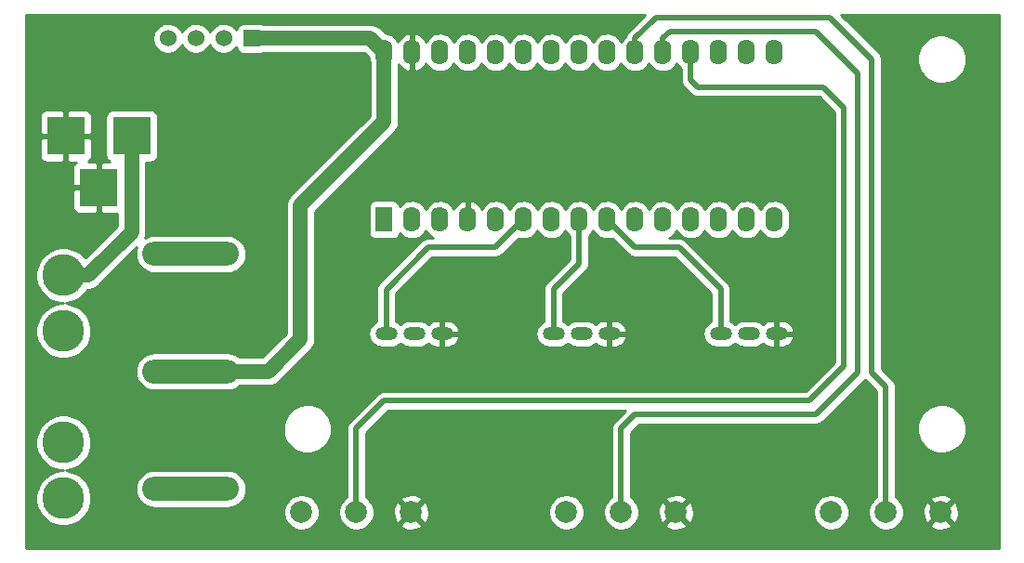
<source format=gtl>
G04 #@! TF.FileFunction,Copper,L1,Top,Signal*
%FSLAX46Y46*%
G04 Gerber Fmt 4.6, Leading zero omitted, Abs format (unit mm)*
G04 Created by KiCad (PCBNEW 4.0.3-stable) date Mon Sep 19 23:01:39 2016*
%MOMM*%
%LPD*%
G01*
G04 APERTURE LIST*
%ADD10C,0.150000*%
%ADD11O,8.800000X2.200000*%
%ADD12C,2.000000*%
%ADD13R,1.524000X1.524000*%
%ADD14C,1.524000*%
%ADD15O,1.574800X2.286000*%
%ADD16R,1.574800X2.286000*%
%ADD17C,3.810000*%
%ADD18O,2.000000X1.200000*%
%ADD19R,3.500120X3.500120*%
%ADD20C,1.380000*%
%ADD21C,0.500000*%
%ADD22C,0.254000*%
G04 APERTURE END LIST*
D10*
D11*
X34460000Y-63910000D03*
X34460000Y-53210000D03*
X34460000Y-42510000D03*
D12*
X44530000Y-66040000D03*
X49530000Y-66040000D03*
X54530000Y-66040000D03*
D13*
X40005000Y-22860000D03*
D14*
X37465000Y-22860000D03*
X34925000Y-22860000D03*
X32385000Y-22860000D03*
D15*
X87630000Y-24130000D03*
X85090000Y-24130000D03*
X82550000Y-24130000D03*
X80010000Y-24130000D03*
X77470000Y-24130000D03*
X74930000Y-24130000D03*
X72390000Y-24130000D03*
X69850000Y-24130000D03*
X67310000Y-24130000D03*
X64770000Y-24130000D03*
X62230000Y-24130000D03*
X59690000Y-24130000D03*
X57150000Y-24130000D03*
X54610000Y-24130000D03*
X52070000Y-24130000D03*
D16*
X52070000Y-39370000D03*
D15*
X54610000Y-39370000D03*
X57150000Y-39370000D03*
X59690000Y-39370000D03*
X62230000Y-39370000D03*
X64770000Y-39370000D03*
X67310000Y-39370000D03*
X69850000Y-39370000D03*
X72390000Y-39370000D03*
X74930000Y-39370000D03*
X77470000Y-39370000D03*
X80010000Y-39370000D03*
X82550000Y-39370000D03*
X85090000Y-39370000D03*
X87630000Y-39370000D03*
D17*
X22860000Y-44450000D03*
X22860000Y-49530000D03*
X22860000Y-59690000D03*
X22860000Y-64770000D03*
D18*
X52260000Y-49770000D03*
X54800000Y-49770000D03*
X57340000Y-49770000D03*
X67500000Y-49770000D03*
X70040000Y-49770000D03*
X72580000Y-49770000D03*
X82740000Y-49770000D03*
X85280000Y-49770000D03*
X87820000Y-49770000D03*
D12*
X68660000Y-66040000D03*
X73660000Y-66040000D03*
X78660000Y-66040000D03*
X92790000Y-66040000D03*
X97790000Y-66040000D03*
X102790000Y-66040000D03*
D19*
X29060140Y-31750000D03*
X23060660Y-31750000D03*
X26060400Y-36449000D03*
D20*
X29060140Y-31750000D02*
X29060140Y-40490140D01*
X25100280Y-44450000D02*
X22860000Y-44450000D01*
X29060140Y-40490140D02*
X25100280Y-44450000D01*
X44450000Y-38100000D02*
X52070000Y-30480000D01*
X52070000Y-30480000D02*
X52070000Y-24130000D01*
X40005000Y-22860000D02*
X50800000Y-22860000D01*
X50800000Y-22860000D02*
X52070000Y-24130000D01*
X41532000Y-53210000D02*
X34460000Y-53210000D01*
X44450000Y-50292000D02*
X41532000Y-53210000D01*
X44450000Y-38100000D02*
X44450000Y-50292000D01*
D21*
X67500000Y-49770000D02*
X67500000Y-45720500D01*
X67500000Y-45720500D02*
X69850000Y-43370500D01*
X69850000Y-43370500D02*
X69850000Y-39370000D01*
X82740000Y-49770000D02*
X82740000Y-45720500D01*
X82740000Y-45720500D02*
X78930500Y-41911000D01*
X78930500Y-41911000D02*
X74931000Y-41911000D01*
X74931000Y-41911000D02*
X72390000Y-39370000D01*
X52260000Y-49770000D02*
X52260000Y-45733200D01*
X52260000Y-45733200D02*
X56083200Y-41910000D01*
X56083200Y-41910000D02*
X62230000Y-41910000D01*
X62230000Y-41910000D02*
X64770000Y-39370000D01*
X93980000Y-52705000D02*
X90805000Y-55880000D01*
X90805000Y-55880000D02*
X52070000Y-55880000D01*
X80010000Y-24130000D02*
X80010000Y-26670000D01*
X92075000Y-27305000D02*
X93980000Y-29210000D01*
X80645000Y-27305000D02*
X92075000Y-27305000D01*
X80010000Y-26670000D02*
X80645000Y-27305000D01*
X93980000Y-29210000D02*
X93980000Y-52705000D01*
X49530000Y-58420000D02*
X49530000Y-66040000D01*
X52070000Y-55880000D02*
X49530000Y-58420000D01*
X77470000Y-24130000D02*
X77470000Y-22860000D01*
X77470000Y-22860000D02*
X78105000Y-22225000D01*
X91440000Y-22225000D02*
X95250000Y-26035000D01*
X78105000Y-22225000D02*
X91440000Y-22225000D01*
X73660000Y-58420000D02*
X73660000Y-66040000D01*
X74930000Y-57150000D02*
X73660000Y-58420000D01*
X91440000Y-57150000D02*
X74930000Y-57150000D01*
X95250000Y-53340000D02*
X91440000Y-57150000D01*
X95250000Y-26035000D02*
X95250000Y-53340000D01*
X74930000Y-24130000D02*
X74930000Y-22860000D01*
X97790000Y-54610000D02*
X97790000Y-66040000D01*
X96520000Y-53340000D02*
X97790000Y-54610000D01*
X96520000Y-24765000D02*
X96520000Y-53340000D01*
X92710000Y-20955000D02*
X96520000Y-24765000D01*
X76835000Y-20955000D02*
X92710000Y-20955000D01*
X74930000Y-22860000D02*
X76835000Y-20955000D01*
D22*
G36*
X74304210Y-22234210D02*
X74252284Y-22297426D01*
X74199775Y-22360004D01*
X74197534Y-22364081D01*
X74194579Y-22367678D01*
X74155957Y-22439708D01*
X74116565Y-22511361D01*
X74115157Y-22515800D01*
X74112959Y-22519899D01*
X74089073Y-22598026D01*
X74077378Y-22634894D01*
X73934799Y-22749531D01*
X73756359Y-22962188D01*
X73659587Y-23138214D01*
X73574747Y-22978653D01*
X73399293Y-22763525D01*
X73185396Y-22586574D01*
X72941202Y-22454539D01*
X72676013Y-22372449D01*
X72399930Y-22343432D01*
X72123469Y-22368592D01*
X71857160Y-22446971D01*
X71611146Y-22575583D01*
X71394799Y-22749531D01*
X71216359Y-22962188D01*
X71119587Y-23138214D01*
X71034747Y-22978653D01*
X70859293Y-22763525D01*
X70645396Y-22586574D01*
X70401202Y-22454539D01*
X70136013Y-22372449D01*
X69859930Y-22343432D01*
X69583469Y-22368592D01*
X69317160Y-22446971D01*
X69071146Y-22575583D01*
X68854799Y-22749531D01*
X68676359Y-22962188D01*
X68579587Y-23138214D01*
X68494747Y-22978653D01*
X68319293Y-22763525D01*
X68105396Y-22586574D01*
X67861202Y-22454539D01*
X67596013Y-22372449D01*
X67319930Y-22343432D01*
X67043469Y-22368592D01*
X66777160Y-22446971D01*
X66531146Y-22575583D01*
X66314799Y-22749531D01*
X66136359Y-22962188D01*
X66039587Y-23138214D01*
X65954747Y-22978653D01*
X65779293Y-22763525D01*
X65565396Y-22586574D01*
X65321202Y-22454539D01*
X65056013Y-22372449D01*
X64779930Y-22343432D01*
X64503469Y-22368592D01*
X64237160Y-22446971D01*
X63991146Y-22575583D01*
X63774799Y-22749531D01*
X63596359Y-22962188D01*
X63499587Y-23138214D01*
X63414747Y-22978653D01*
X63239293Y-22763525D01*
X63025396Y-22586574D01*
X62781202Y-22454539D01*
X62516013Y-22372449D01*
X62239930Y-22343432D01*
X61963469Y-22368592D01*
X61697160Y-22446971D01*
X61451146Y-22575583D01*
X61234799Y-22749531D01*
X61056359Y-22962188D01*
X60959587Y-23138214D01*
X60874747Y-22978653D01*
X60699293Y-22763525D01*
X60485396Y-22586574D01*
X60241202Y-22454539D01*
X59976013Y-22372449D01*
X59699930Y-22343432D01*
X59423469Y-22368592D01*
X59157160Y-22446971D01*
X58911146Y-22575583D01*
X58694799Y-22749531D01*
X58516359Y-22962188D01*
X58419587Y-23138214D01*
X58334747Y-22978653D01*
X58159293Y-22763525D01*
X57945396Y-22586574D01*
X57701202Y-22454539D01*
X57436013Y-22372449D01*
X57159930Y-22343432D01*
X56883469Y-22368592D01*
X56617160Y-22446971D01*
X56371146Y-22575583D01*
X56154799Y-22749531D01*
X55976359Y-22962188D01*
X55883174Y-23131690D01*
X55875526Y-23112738D01*
X55722125Y-22878560D01*
X55525986Y-22678808D01*
X55294646Y-22521159D01*
X55036996Y-22411672D01*
X54957060Y-22394990D01*
X54737000Y-22517148D01*
X54737000Y-24003000D01*
X54757000Y-24003000D01*
X54757000Y-24257000D01*
X54737000Y-24257000D01*
X54737000Y-25742852D01*
X54957060Y-25865010D01*
X55036996Y-25848328D01*
X55294646Y-25738841D01*
X55525986Y-25581192D01*
X55722125Y-25381440D01*
X55875526Y-25147262D01*
X55883480Y-25127554D01*
X55965253Y-25281347D01*
X56140707Y-25496475D01*
X56354604Y-25673426D01*
X56598798Y-25805461D01*
X56863987Y-25887551D01*
X57140070Y-25916568D01*
X57416531Y-25891408D01*
X57682840Y-25813029D01*
X57928854Y-25684417D01*
X58145201Y-25510469D01*
X58323641Y-25297812D01*
X58420413Y-25121786D01*
X58505253Y-25281347D01*
X58680707Y-25496475D01*
X58894604Y-25673426D01*
X59138798Y-25805461D01*
X59403987Y-25887551D01*
X59680070Y-25916568D01*
X59956531Y-25891408D01*
X60222840Y-25813029D01*
X60468854Y-25684417D01*
X60685201Y-25510469D01*
X60863641Y-25297812D01*
X60960413Y-25121786D01*
X61045253Y-25281347D01*
X61220707Y-25496475D01*
X61434604Y-25673426D01*
X61678798Y-25805461D01*
X61943987Y-25887551D01*
X62220070Y-25916568D01*
X62496531Y-25891408D01*
X62762840Y-25813029D01*
X63008854Y-25684417D01*
X63225201Y-25510469D01*
X63403641Y-25297812D01*
X63500413Y-25121786D01*
X63585253Y-25281347D01*
X63760707Y-25496475D01*
X63974604Y-25673426D01*
X64218798Y-25805461D01*
X64483987Y-25887551D01*
X64760070Y-25916568D01*
X65036531Y-25891408D01*
X65302840Y-25813029D01*
X65548854Y-25684417D01*
X65765201Y-25510469D01*
X65943641Y-25297812D01*
X66040413Y-25121786D01*
X66125253Y-25281347D01*
X66300707Y-25496475D01*
X66514604Y-25673426D01*
X66758798Y-25805461D01*
X67023987Y-25887551D01*
X67300070Y-25916568D01*
X67576531Y-25891408D01*
X67842840Y-25813029D01*
X68088854Y-25684417D01*
X68305201Y-25510469D01*
X68483641Y-25297812D01*
X68580413Y-25121786D01*
X68665253Y-25281347D01*
X68840707Y-25496475D01*
X69054604Y-25673426D01*
X69298798Y-25805461D01*
X69563987Y-25887551D01*
X69840070Y-25916568D01*
X70116531Y-25891408D01*
X70382840Y-25813029D01*
X70628854Y-25684417D01*
X70845201Y-25510469D01*
X71023641Y-25297812D01*
X71120413Y-25121786D01*
X71205253Y-25281347D01*
X71380707Y-25496475D01*
X71594604Y-25673426D01*
X71838798Y-25805461D01*
X72103987Y-25887551D01*
X72380070Y-25916568D01*
X72656531Y-25891408D01*
X72922840Y-25813029D01*
X73168854Y-25684417D01*
X73385201Y-25510469D01*
X73563641Y-25297812D01*
X73660413Y-25121786D01*
X73745253Y-25281347D01*
X73920707Y-25496475D01*
X74134604Y-25673426D01*
X74378798Y-25805461D01*
X74643987Y-25887551D01*
X74920070Y-25916568D01*
X75196531Y-25891408D01*
X75462840Y-25813029D01*
X75708854Y-25684417D01*
X75925201Y-25510469D01*
X76103641Y-25297812D01*
X76200413Y-25121786D01*
X76285253Y-25281347D01*
X76460707Y-25496475D01*
X76674604Y-25673426D01*
X76918798Y-25805461D01*
X77183987Y-25887551D01*
X77460070Y-25916568D01*
X77736531Y-25891408D01*
X78002840Y-25813029D01*
X78248854Y-25684417D01*
X78465201Y-25510469D01*
X78643641Y-25297812D01*
X78740413Y-25121786D01*
X78825253Y-25281347D01*
X79000707Y-25496475D01*
X79125000Y-25599299D01*
X79125000Y-26670000D01*
X79132977Y-26751356D01*
X79140102Y-26832796D01*
X79141401Y-26837267D01*
X79141855Y-26841897D01*
X79165475Y-26920131D01*
X79188290Y-26998660D01*
X79190432Y-27002793D01*
X79191777Y-27007247D01*
X79230135Y-27079388D01*
X79267776Y-27152006D01*
X79270682Y-27155646D01*
X79272865Y-27159752D01*
X79324507Y-27223071D01*
X79375534Y-27286991D01*
X79381927Y-27293474D01*
X79382030Y-27293601D01*
X79382147Y-27293698D01*
X79384210Y-27295790D01*
X80019211Y-27930790D01*
X80082380Y-27982677D01*
X80145004Y-28035225D01*
X80149084Y-28037468D01*
X80152679Y-28040421D01*
X80224687Y-28079032D01*
X80296361Y-28118435D01*
X80300800Y-28119843D01*
X80304899Y-28122041D01*
X80383026Y-28145927D01*
X80460998Y-28170661D01*
X80465626Y-28171180D01*
X80470074Y-28172540D01*
X80551384Y-28180799D01*
X80632643Y-28189914D01*
X80641737Y-28189977D01*
X80641911Y-28189995D01*
X80642074Y-28189980D01*
X80645000Y-28190000D01*
X91708420Y-28190000D01*
X93095000Y-29576579D01*
X93095000Y-52338421D01*
X90438420Y-54995000D01*
X52070000Y-54995000D01*
X51988599Y-55002982D01*
X51907203Y-55010103D01*
X51902736Y-55011401D01*
X51898103Y-55011855D01*
X51819852Y-55035480D01*
X51741339Y-55058290D01*
X51737205Y-55060433D01*
X51732753Y-55061777D01*
X51660630Y-55100125D01*
X51587994Y-55137776D01*
X51584354Y-55140682D01*
X51580248Y-55142865D01*
X51516929Y-55194507D01*
X51453009Y-55245534D01*
X51446530Y-55251923D01*
X51446399Y-55252030D01*
X51446299Y-55252151D01*
X51444210Y-55254211D01*
X48904210Y-57794210D01*
X48852284Y-57857426D01*
X48799775Y-57920004D01*
X48797534Y-57924081D01*
X48794579Y-57927678D01*
X48755957Y-57999708D01*
X48716565Y-58071361D01*
X48715157Y-58075800D01*
X48712959Y-58079899D01*
X48689073Y-58158026D01*
X48664339Y-58235998D01*
X48663820Y-58240626D01*
X48662460Y-58245074D01*
X48654206Y-58326339D01*
X48645086Y-58407643D01*
X48645023Y-58416747D01*
X48645006Y-58416911D01*
X48645020Y-58417064D01*
X48645000Y-58420000D01*
X48645000Y-64665089D01*
X48500546Y-64759617D01*
X48271457Y-64983957D01*
X48090306Y-65248522D01*
X47963993Y-65543233D01*
X47897328Y-65856866D01*
X47892851Y-66177475D01*
X47950733Y-66492848D01*
X48068768Y-66790971D01*
X48242461Y-67060491D01*
X48465197Y-67291140D01*
X48728490Y-67474133D01*
X49022313Y-67602501D01*
X49335473Y-67671354D01*
X49656043Y-67678069D01*
X49971811Y-67622390D01*
X50270752Y-67506439D01*
X50541477Y-67334632D01*
X50708673Y-67175413D01*
X53574192Y-67175413D01*
X53669956Y-67439814D01*
X53959571Y-67580704D01*
X54271108Y-67662384D01*
X54592595Y-67681718D01*
X54911675Y-67637961D01*
X55216088Y-67532795D01*
X55390044Y-67439814D01*
X55485808Y-67175413D01*
X54530000Y-66219605D01*
X53574192Y-67175413D01*
X50708673Y-67175413D01*
X50773676Y-67113512D01*
X50958503Y-66851503D01*
X51088919Y-66558583D01*
X51159956Y-66245911D01*
X51161957Y-66102595D01*
X52888282Y-66102595D01*
X52932039Y-66421675D01*
X53037205Y-66726088D01*
X53130186Y-66900044D01*
X53394587Y-66995808D01*
X54350395Y-66040000D01*
X54709605Y-66040000D01*
X55665413Y-66995808D01*
X55929814Y-66900044D01*
X56070704Y-66610429D01*
X56152384Y-66298892D01*
X56159685Y-66177475D01*
X67022851Y-66177475D01*
X67080733Y-66492848D01*
X67198768Y-66790971D01*
X67372461Y-67060491D01*
X67595197Y-67291140D01*
X67858490Y-67474133D01*
X68152313Y-67602501D01*
X68465473Y-67671354D01*
X68786043Y-67678069D01*
X69101811Y-67622390D01*
X69400752Y-67506439D01*
X69671477Y-67334632D01*
X69903676Y-67113512D01*
X70088503Y-66851503D01*
X70218919Y-66558583D01*
X70289956Y-66245911D01*
X70295070Y-65879680D01*
X70232791Y-65565146D01*
X70110604Y-65268700D01*
X69933165Y-65001632D01*
X69707231Y-64774115D01*
X69441408Y-64594816D01*
X69145822Y-64470563D01*
X68831731Y-64406089D01*
X68511099Y-64403851D01*
X68196138Y-64463933D01*
X67898846Y-64584046D01*
X67630546Y-64759617D01*
X67401457Y-64983957D01*
X67220306Y-65248522D01*
X67093993Y-65543233D01*
X67027328Y-65856866D01*
X67022851Y-66177475D01*
X56159685Y-66177475D01*
X56171718Y-65977405D01*
X56127961Y-65658325D01*
X56022795Y-65353912D01*
X55929814Y-65179956D01*
X55665413Y-65084192D01*
X54709605Y-66040000D01*
X54350395Y-66040000D01*
X53394587Y-65084192D01*
X53130186Y-65179956D01*
X52989296Y-65469571D01*
X52907616Y-65781108D01*
X52888282Y-66102595D01*
X51161957Y-66102595D01*
X51165070Y-65879680D01*
X51102791Y-65565146D01*
X50980604Y-65268700D01*
X50803165Y-65001632D01*
X50706796Y-64904587D01*
X53574192Y-64904587D01*
X54530000Y-65860395D01*
X55485808Y-64904587D01*
X55390044Y-64640186D01*
X55100429Y-64499296D01*
X54788892Y-64417616D01*
X54467405Y-64398282D01*
X54148325Y-64442039D01*
X53843912Y-64547205D01*
X53669956Y-64640186D01*
X53574192Y-64904587D01*
X50706796Y-64904587D01*
X50577231Y-64774115D01*
X50415000Y-64664689D01*
X50415000Y-58786580D01*
X52436579Y-56765000D01*
X74063421Y-56765000D01*
X73034210Y-57794210D01*
X72982284Y-57857426D01*
X72929775Y-57920004D01*
X72927534Y-57924081D01*
X72924579Y-57927678D01*
X72885957Y-57999708D01*
X72846565Y-58071361D01*
X72845157Y-58075800D01*
X72842959Y-58079899D01*
X72819073Y-58158026D01*
X72794339Y-58235998D01*
X72793820Y-58240626D01*
X72792460Y-58245074D01*
X72784206Y-58326339D01*
X72775086Y-58407643D01*
X72775023Y-58416747D01*
X72775006Y-58416911D01*
X72775020Y-58417064D01*
X72775000Y-58420000D01*
X72775000Y-64665089D01*
X72630546Y-64759617D01*
X72401457Y-64983957D01*
X72220306Y-65248522D01*
X72093993Y-65543233D01*
X72027328Y-65856866D01*
X72022851Y-66177475D01*
X72080733Y-66492848D01*
X72198768Y-66790971D01*
X72372461Y-67060491D01*
X72595197Y-67291140D01*
X72858490Y-67474133D01*
X73152313Y-67602501D01*
X73465473Y-67671354D01*
X73786043Y-67678069D01*
X74101811Y-67622390D01*
X74400752Y-67506439D01*
X74671477Y-67334632D01*
X74838673Y-67175413D01*
X77704192Y-67175413D01*
X77799956Y-67439814D01*
X78089571Y-67580704D01*
X78401108Y-67662384D01*
X78722595Y-67681718D01*
X79041675Y-67637961D01*
X79346088Y-67532795D01*
X79520044Y-67439814D01*
X79615808Y-67175413D01*
X78660000Y-66219605D01*
X77704192Y-67175413D01*
X74838673Y-67175413D01*
X74903676Y-67113512D01*
X75088503Y-66851503D01*
X75218919Y-66558583D01*
X75289956Y-66245911D01*
X75291957Y-66102595D01*
X77018282Y-66102595D01*
X77062039Y-66421675D01*
X77167205Y-66726088D01*
X77260186Y-66900044D01*
X77524587Y-66995808D01*
X78480395Y-66040000D01*
X78839605Y-66040000D01*
X79795413Y-66995808D01*
X80059814Y-66900044D01*
X80200704Y-66610429D01*
X80282384Y-66298892D01*
X80289685Y-66177475D01*
X91152851Y-66177475D01*
X91210733Y-66492848D01*
X91328768Y-66790971D01*
X91502461Y-67060491D01*
X91725197Y-67291140D01*
X91988490Y-67474133D01*
X92282313Y-67602501D01*
X92595473Y-67671354D01*
X92916043Y-67678069D01*
X93231811Y-67622390D01*
X93530752Y-67506439D01*
X93801477Y-67334632D01*
X94033676Y-67113512D01*
X94218503Y-66851503D01*
X94348919Y-66558583D01*
X94419956Y-66245911D01*
X94425070Y-65879680D01*
X94362791Y-65565146D01*
X94240604Y-65268700D01*
X94063165Y-65001632D01*
X93837231Y-64774115D01*
X93571408Y-64594816D01*
X93275822Y-64470563D01*
X92961731Y-64406089D01*
X92641099Y-64403851D01*
X92326138Y-64463933D01*
X92028846Y-64584046D01*
X91760546Y-64759617D01*
X91531457Y-64983957D01*
X91350306Y-65248522D01*
X91223993Y-65543233D01*
X91157328Y-65856866D01*
X91152851Y-66177475D01*
X80289685Y-66177475D01*
X80301718Y-65977405D01*
X80257961Y-65658325D01*
X80152795Y-65353912D01*
X80059814Y-65179956D01*
X79795413Y-65084192D01*
X78839605Y-66040000D01*
X78480395Y-66040000D01*
X77524587Y-65084192D01*
X77260186Y-65179956D01*
X77119296Y-65469571D01*
X77037616Y-65781108D01*
X77018282Y-66102595D01*
X75291957Y-66102595D01*
X75295070Y-65879680D01*
X75232791Y-65565146D01*
X75110604Y-65268700D01*
X74933165Y-65001632D01*
X74836796Y-64904587D01*
X77704192Y-64904587D01*
X78660000Y-65860395D01*
X79615808Y-64904587D01*
X79520044Y-64640186D01*
X79230429Y-64499296D01*
X78918892Y-64417616D01*
X78597405Y-64398282D01*
X78278325Y-64442039D01*
X77973912Y-64547205D01*
X77799956Y-64640186D01*
X77704192Y-64904587D01*
X74836796Y-64904587D01*
X74707231Y-64774115D01*
X74545000Y-64664689D01*
X74545000Y-58786580D01*
X75296579Y-58035000D01*
X91440000Y-58035000D01*
X91521356Y-58027023D01*
X91602796Y-58019898D01*
X91607267Y-58018599D01*
X91611897Y-58018145D01*
X91690131Y-57994525D01*
X91768660Y-57971710D01*
X91772793Y-57969568D01*
X91777247Y-57968223D01*
X91849388Y-57929865D01*
X91922006Y-57892224D01*
X91925646Y-57889318D01*
X91929752Y-57887135D01*
X91993071Y-57835493D01*
X92056991Y-57784466D01*
X92063474Y-57778073D01*
X92063601Y-57777970D01*
X92063698Y-57777853D01*
X92065790Y-57775790D01*
X95875790Y-53965789D01*
X95884293Y-53955437D01*
X95885534Y-53956991D01*
X95891927Y-53963474D01*
X95892030Y-53963601D01*
X95892147Y-53963698D01*
X95894210Y-53965790D01*
X96905000Y-54976579D01*
X96905000Y-64665089D01*
X96760546Y-64759617D01*
X96531457Y-64983957D01*
X96350306Y-65248522D01*
X96223993Y-65543233D01*
X96157328Y-65856866D01*
X96152851Y-66177475D01*
X96210733Y-66492848D01*
X96328768Y-66790971D01*
X96502461Y-67060491D01*
X96725197Y-67291140D01*
X96988490Y-67474133D01*
X97282313Y-67602501D01*
X97595473Y-67671354D01*
X97916043Y-67678069D01*
X98231811Y-67622390D01*
X98530752Y-67506439D01*
X98801477Y-67334632D01*
X98968673Y-67175413D01*
X101834192Y-67175413D01*
X101929956Y-67439814D01*
X102219571Y-67580704D01*
X102531108Y-67662384D01*
X102852595Y-67681718D01*
X103171675Y-67637961D01*
X103476088Y-67532795D01*
X103650044Y-67439814D01*
X103745808Y-67175413D01*
X102790000Y-66219605D01*
X101834192Y-67175413D01*
X98968673Y-67175413D01*
X99033676Y-67113512D01*
X99218503Y-66851503D01*
X99348919Y-66558583D01*
X99419956Y-66245911D01*
X99421957Y-66102595D01*
X101148282Y-66102595D01*
X101192039Y-66421675D01*
X101297205Y-66726088D01*
X101390186Y-66900044D01*
X101654587Y-66995808D01*
X102610395Y-66040000D01*
X102969605Y-66040000D01*
X103925413Y-66995808D01*
X104189814Y-66900044D01*
X104330704Y-66610429D01*
X104412384Y-66298892D01*
X104431718Y-65977405D01*
X104387961Y-65658325D01*
X104282795Y-65353912D01*
X104189814Y-65179956D01*
X103925413Y-65084192D01*
X102969605Y-66040000D01*
X102610395Y-66040000D01*
X101654587Y-65084192D01*
X101390186Y-65179956D01*
X101249296Y-65469571D01*
X101167616Y-65781108D01*
X101148282Y-66102595D01*
X99421957Y-66102595D01*
X99425070Y-65879680D01*
X99362791Y-65565146D01*
X99240604Y-65268700D01*
X99063165Y-65001632D01*
X98966796Y-64904587D01*
X101834192Y-64904587D01*
X102790000Y-65860395D01*
X103745808Y-64904587D01*
X103650044Y-64640186D01*
X103360429Y-64499296D01*
X103048892Y-64417616D01*
X102727405Y-64398282D01*
X102408325Y-64442039D01*
X102103912Y-64547205D01*
X101929956Y-64640186D01*
X101834192Y-64904587D01*
X98966796Y-64904587D01*
X98837231Y-64774115D01*
X98675000Y-64664689D01*
X98675000Y-58607925D01*
X100632062Y-58607925D01*
X100711185Y-59039030D01*
X100872536Y-59446557D01*
X101109970Y-59814982D01*
X101414443Y-60130273D01*
X101774358Y-60380421D01*
X102176005Y-60555896D01*
X102604087Y-60650016D01*
X103042297Y-60659195D01*
X103473944Y-60583084D01*
X103882587Y-60424582D01*
X104252661Y-60189726D01*
X104570070Y-59887461D01*
X104822724Y-59529302D01*
X105000999Y-59128889D01*
X105098105Y-58701475D01*
X105105096Y-58200847D01*
X105019962Y-57770888D01*
X104852936Y-57365654D01*
X104610381Y-57000580D01*
X104301536Y-56689571D01*
X103938164Y-56444473D01*
X103534105Y-56274622D01*
X103104751Y-56186489D01*
X102666456Y-56183429D01*
X102235914Y-56265559D01*
X101829523Y-56429752D01*
X101462764Y-56669752D01*
X101149607Y-56976419D01*
X100901978Y-57338071D01*
X100729311Y-57740933D01*
X100638182Y-58169662D01*
X100632062Y-58607925D01*
X98675000Y-58607925D01*
X98675000Y-54610000D01*
X98667018Y-54528599D01*
X98659897Y-54447203D01*
X98658599Y-54442736D01*
X98658145Y-54438103D01*
X98634520Y-54359852D01*
X98611710Y-54281339D01*
X98609567Y-54277205D01*
X98608223Y-54272753D01*
X98569875Y-54200630D01*
X98532224Y-54127994D01*
X98529318Y-54124354D01*
X98527135Y-54120248D01*
X98475493Y-54056929D01*
X98424466Y-53993009D01*
X98418077Y-53986530D01*
X98417970Y-53986399D01*
X98417849Y-53986299D01*
X98415789Y-53984210D01*
X97405000Y-52973420D01*
X97405000Y-24952925D01*
X100632062Y-24952925D01*
X100711185Y-25384030D01*
X100872536Y-25791557D01*
X101109970Y-26159982D01*
X101414443Y-26475273D01*
X101774358Y-26725421D01*
X102176005Y-26900896D01*
X102604087Y-26995016D01*
X103042297Y-27004195D01*
X103473944Y-26928084D01*
X103882587Y-26769582D01*
X104252661Y-26534726D01*
X104570070Y-26232461D01*
X104822724Y-25874302D01*
X105000999Y-25473889D01*
X105098105Y-25046475D01*
X105105096Y-24545847D01*
X105019962Y-24115888D01*
X104852936Y-23710654D01*
X104610381Y-23345580D01*
X104301536Y-23034571D01*
X103938164Y-22789473D01*
X103534105Y-22619622D01*
X103104751Y-22531489D01*
X102666456Y-22528429D01*
X102235914Y-22610559D01*
X101829523Y-22774752D01*
X101462764Y-23014752D01*
X101149607Y-23321419D01*
X100901978Y-23683071D01*
X100729311Y-24085933D01*
X100638182Y-24514662D01*
X100632062Y-24952925D01*
X97405000Y-24952925D01*
X97405000Y-24765000D01*
X97397022Y-24683640D01*
X97389898Y-24602204D01*
X97388599Y-24597733D01*
X97388145Y-24593103D01*
X97364539Y-24514915D01*
X97341711Y-24436340D01*
X97339566Y-24432203D01*
X97338223Y-24427753D01*
X97299873Y-24355627D01*
X97262224Y-24282995D01*
X97259320Y-24279357D01*
X97257135Y-24275248D01*
X97205500Y-24211938D01*
X97154467Y-24148009D01*
X97148076Y-24141528D01*
X97147970Y-24141399D01*
X97147850Y-24141300D01*
X97145790Y-24139211D01*
X93691580Y-20685000D01*
X108045000Y-20685000D01*
X108045000Y-69315000D01*
X19415000Y-69315000D01*
X19415000Y-59903570D01*
X20316661Y-59903570D01*
X20406581Y-60393506D01*
X20589951Y-60856646D01*
X20859787Y-61275349D01*
X21205810Y-61633667D01*
X21614841Y-61917950D01*
X22071299Y-62117372D01*
X22557799Y-62224336D01*
X22800055Y-62229411D01*
X22628679Y-62228214D01*
X22139383Y-62321553D01*
X21677534Y-62508151D01*
X21260725Y-62780904D01*
X20904832Y-63129420D01*
X20623411Y-63540425D01*
X20427181Y-63998264D01*
X20323616Y-64485499D01*
X20316661Y-64983570D01*
X20406581Y-65473506D01*
X20589951Y-65936646D01*
X20859787Y-66355349D01*
X21205810Y-66713667D01*
X21614841Y-66997950D01*
X22071299Y-67197372D01*
X22557799Y-67304336D01*
X23055809Y-67314768D01*
X23546361Y-67228270D01*
X24010770Y-67048138D01*
X24431347Y-66781232D01*
X24792071Y-66437719D01*
X24975652Y-66177475D01*
X42892851Y-66177475D01*
X42950733Y-66492848D01*
X43068768Y-66790971D01*
X43242461Y-67060491D01*
X43465197Y-67291140D01*
X43728490Y-67474133D01*
X44022313Y-67602501D01*
X44335473Y-67671354D01*
X44656043Y-67678069D01*
X44971811Y-67622390D01*
X45270752Y-67506439D01*
X45541477Y-67334632D01*
X45773676Y-67113512D01*
X45958503Y-66851503D01*
X46088919Y-66558583D01*
X46159956Y-66245911D01*
X46165070Y-65879680D01*
X46102791Y-65565146D01*
X45980604Y-65268700D01*
X45803165Y-65001632D01*
X45577231Y-64774115D01*
X45311408Y-64594816D01*
X45015822Y-64470563D01*
X44701731Y-64406089D01*
X44381099Y-64403851D01*
X44066138Y-64463933D01*
X43768846Y-64584046D01*
X43500546Y-64759617D01*
X43271457Y-64983957D01*
X43090306Y-65248522D01*
X42963993Y-65543233D01*
X42897328Y-65856866D01*
X42892851Y-66177475D01*
X24975652Y-66177475D01*
X25079203Y-66030683D01*
X25281807Y-65575628D01*
X25392164Y-65089887D01*
X25400109Y-64520940D01*
X25303357Y-64032307D01*
X25247954Y-63897888D01*
X29400680Y-63897888D01*
X29431370Y-64235107D01*
X29526974Y-64559942D01*
X29683852Y-64860022D01*
X29896028Y-65123916D01*
X30155420Y-65341572D01*
X30452149Y-65504700D01*
X30774911Y-65607086D01*
X31111414Y-65644831D01*
X31135638Y-65645000D01*
X37784362Y-65645000D01*
X38121359Y-65611957D01*
X38445519Y-65514087D01*
X38744496Y-65355118D01*
X39006902Y-65141105D01*
X39222742Y-64880200D01*
X39383795Y-64582340D01*
X39483925Y-64258870D01*
X39519320Y-63922112D01*
X39488630Y-63584893D01*
X39393026Y-63260058D01*
X39236148Y-62959978D01*
X39023972Y-62696084D01*
X38764580Y-62478428D01*
X38467851Y-62315300D01*
X38145089Y-62212914D01*
X37808586Y-62175169D01*
X37784362Y-62175000D01*
X31135638Y-62175000D01*
X30798641Y-62208043D01*
X30474481Y-62305913D01*
X30175504Y-62464882D01*
X29913098Y-62678895D01*
X29697258Y-62939800D01*
X29536205Y-63237660D01*
X29436075Y-63561130D01*
X29400680Y-63897888D01*
X25247954Y-63897888D01*
X25113538Y-63571772D01*
X24837883Y-63156878D01*
X24486891Y-62803427D01*
X24073931Y-62524882D01*
X23614733Y-62331853D01*
X23126787Y-62231692D01*
X23075293Y-62231332D01*
X23546361Y-62148270D01*
X24010770Y-61968138D01*
X24431347Y-61701232D01*
X24792071Y-61357719D01*
X25079203Y-60950683D01*
X25281807Y-60495628D01*
X25392164Y-60009887D01*
X25400109Y-59440940D01*
X25303357Y-58952307D01*
X25161413Y-58607925D01*
X42847062Y-58607925D01*
X42926185Y-59039030D01*
X43087536Y-59446557D01*
X43324970Y-59814982D01*
X43629443Y-60130273D01*
X43989358Y-60380421D01*
X44391005Y-60555896D01*
X44819087Y-60650016D01*
X45257297Y-60659195D01*
X45688944Y-60583084D01*
X46097587Y-60424582D01*
X46467661Y-60189726D01*
X46785070Y-59887461D01*
X47037724Y-59529302D01*
X47215999Y-59128889D01*
X47313105Y-58701475D01*
X47320096Y-58200847D01*
X47234962Y-57770888D01*
X47067936Y-57365654D01*
X46825381Y-57000580D01*
X46516536Y-56689571D01*
X46153164Y-56444473D01*
X45749105Y-56274622D01*
X45319751Y-56186489D01*
X44881456Y-56183429D01*
X44450914Y-56265559D01*
X44044523Y-56429752D01*
X43677764Y-56669752D01*
X43364607Y-56976419D01*
X43116978Y-57338071D01*
X42944311Y-57740933D01*
X42853182Y-58169662D01*
X42847062Y-58607925D01*
X25161413Y-58607925D01*
X25113538Y-58491772D01*
X24837883Y-58076878D01*
X24486891Y-57723427D01*
X24073931Y-57444882D01*
X23614733Y-57251853D01*
X23126787Y-57151692D01*
X22628679Y-57148214D01*
X22139383Y-57241553D01*
X21677534Y-57428151D01*
X21260725Y-57700904D01*
X20904832Y-58049420D01*
X20623411Y-58460425D01*
X20427181Y-58918264D01*
X20323616Y-59405499D01*
X20316661Y-59903570D01*
X19415000Y-59903570D01*
X19415000Y-53197888D01*
X29400680Y-53197888D01*
X29431370Y-53535107D01*
X29526974Y-53859942D01*
X29683852Y-54160022D01*
X29896028Y-54423916D01*
X30155420Y-54641572D01*
X30452149Y-54804700D01*
X30774911Y-54907086D01*
X31111414Y-54944831D01*
X31135638Y-54945000D01*
X37784362Y-54945000D01*
X38121359Y-54911957D01*
X38445519Y-54814087D01*
X38744496Y-54655118D01*
X38891775Y-54535000D01*
X41532000Y-54535000D01*
X41653864Y-54523051D01*
X41775735Y-54512389D01*
X41782421Y-54510446D01*
X41789361Y-54509766D01*
X41906591Y-54474372D01*
X42024062Y-54440243D01*
X42030247Y-54437037D01*
X42036918Y-54435023D01*
X42144983Y-54377564D01*
X42253647Y-54321239D01*
X42259093Y-54316892D01*
X42265244Y-54313621D01*
X42360055Y-54236295D01*
X42455744Y-54159907D01*
X42465441Y-54150344D01*
X42465640Y-54150181D01*
X42465793Y-54149996D01*
X42468916Y-54146916D01*
X45386916Y-51228917D01*
X45464639Y-51134296D01*
X45543275Y-51040581D01*
X45546629Y-51034481D01*
X45551055Y-51029092D01*
X45608911Y-50921190D01*
X45667854Y-50813973D01*
X45669961Y-50807330D01*
X45673253Y-50801191D01*
X45709036Y-50684153D01*
X45746046Y-50567483D01*
X45746823Y-50560560D01*
X45748860Y-50553896D01*
X45761224Y-50432165D01*
X45774871Y-50310500D01*
X45774966Y-50296871D01*
X45774991Y-50296625D01*
X45774969Y-50296396D01*
X45775000Y-50292000D01*
X45775000Y-49761378D01*
X50617119Y-49761378D01*
X50638964Y-50001416D01*
X50707017Y-50232639D01*
X50818685Y-50446241D01*
X50969715Y-50634084D01*
X51154355Y-50789015D01*
X51365571Y-50905132D01*
X51595318Y-50978012D01*
X51834846Y-51004880D01*
X51852089Y-51005000D01*
X52667911Y-51005000D01*
X52907790Y-50981480D01*
X53138533Y-50911814D01*
X53351350Y-50798658D01*
X53531117Y-50652043D01*
X53694355Y-50789015D01*
X53905571Y-50905132D01*
X54135318Y-50978012D01*
X54374846Y-51004880D01*
X54392089Y-51005000D01*
X55207911Y-51005000D01*
X55447790Y-50981480D01*
X55678533Y-50911814D01*
X55891350Y-50798658D01*
X56073069Y-50650451D01*
X56148275Y-50726307D01*
X56350054Y-50862390D01*
X56574504Y-50956493D01*
X56813000Y-51005000D01*
X57213000Y-51005000D01*
X57213000Y-49897000D01*
X57467000Y-49897000D01*
X57467000Y-51005000D01*
X57867000Y-51005000D01*
X58105496Y-50956493D01*
X58329946Y-50862390D01*
X58531725Y-50726307D01*
X58703078Y-50553474D01*
X58837421Y-50350533D01*
X58929591Y-50125282D01*
X58933462Y-50087609D01*
X58808731Y-49897000D01*
X57467000Y-49897000D01*
X57213000Y-49897000D01*
X57193000Y-49897000D01*
X57193000Y-49643000D01*
X57213000Y-49643000D01*
X57213000Y-48535000D01*
X57467000Y-48535000D01*
X57467000Y-49643000D01*
X58808731Y-49643000D01*
X58933462Y-49452391D01*
X58929591Y-49414718D01*
X58837421Y-49189467D01*
X58703078Y-48986526D01*
X58531725Y-48813693D01*
X58329946Y-48677610D01*
X58105496Y-48583507D01*
X57867000Y-48535000D01*
X57467000Y-48535000D01*
X57213000Y-48535000D01*
X56813000Y-48535000D01*
X56574504Y-48583507D01*
X56350054Y-48677610D01*
X56148275Y-48813693D01*
X56072029Y-48890597D01*
X55905645Y-48750985D01*
X55694429Y-48634868D01*
X55464682Y-48561988D01*
X55225154Y-48535120D01*
X55207911Y-48535000D01*
X54392089Y-48535000D01*
X54152210Y-48558520D01*
X53921467Y-48628186D01*
X53708650Y-48741342D01*
X53528883Y-48887957D01*
X53365645Y-48750985D01*
X53154429Y-48634868D01*
X53145000Y-48631877D01*
X53145000Y-46099780D01*
X56449779Y-42795000D01*
X62230000Y-42795000D01*
X62311356Y-42787023D01*
X62392796Y-42779898D01*
X62397267Y-42778599D01*
X62401897Y-42778145D01*
X62480131Y-42754525D01*
X62558660Y-42731710D01*
X62562793Y-42729568D01*
X62567247Y-42728223D01*
X62639388Y-42689865D01*
X62712006Y-42652224D01*
X62715646Y-42649318D01*
X62719752Y-42647135D01*
X62783071Y-42595493D01*
X62846991Y-42544466D01*
X62853474Y-42538073D01*
X62853601Y-42537970D01*
X62853698Y-42537853D01*
X62855790Y-42535790D01*
X64316022Y-41075557D01*
X64483987Y-41127551D01*
X64760070Y-41156568D01*
X65036531Y-41131408D01*
X65302840Y-41053029D01*
X65548854Y-40924417D01*
X65765201Y-40750469D01*
X65943641Y-40537812D01*
X66040413Y-40361786D01*
X66125253Y-40521347D01*
X66300707Y-40736475D01*
X66514604Y-40913426D01*
X66758798Y-41045461D01*
X67023987Y-41127551D01*
X67300070Y-41156568D01*
X67576531Y-41131408D01*
X67842840Y-41053029D01*
X68088854Y-40924417D01*
X68305201Y-40750469D01*
X68483641Y-40537812D01*
X68580413Y-40361786D01*
X68665253Y-40521347D01*
X68840707Y-40736475D01*
X68965000Y-40839299D01*
X68965000Y-43003921D01*
X66874210Y-45094710D01*
X66822284Y-45157926D01*
X66769775Y-45220504D01*
X66767534Y-45224581D01*
X66764579Y-45228178D01*
X66725957Y-45300208D01*
X66686565Y-45371861D01*
X66685157Y-45376300D01*
X66682959Y-45380399D01*
X66659073Y-45458526D01*
X66634339Y-45536498D01*
X66633820Y-45541126D01*
X66632460Y-45545574D01*
X66624206Y-45626839D01*
X66615086Y-45708143D01*
X66615023Y-45717247D01*
X66615006Y-45717411D01*
X66615020Y-45717564D01*
X66615000Y-45720500D01*
X66615000Y-48631625D01*
X66408650Y-48741342D01*
X66221866Y-48893680D01*
X66068228Y-49079397D01*
X65953588Y-49291418D01*
X65882314Y-49521669D01*
X65857119Y-49761378D01*
X65878964Y-50001416D01*
X65947017Y-50232639D01*
X66058685Y-50446241D01*
X66209715Y-50634084D01*
X66394355Y-50789015D01*
X66605571Y-50905132D01*
X66835318Y-50978012D01*
X67074846Y-51004880D01*
X67092089Y-51005000D01*
X67907911Y-51005000D01*
X68147790Y-50981480D01*
X68378533Y-50911814D01*
X68591350Y-50798658D01*
X68771117Y-50652043D01*
X68934355Y-50789015D01*
X69145571Y-50905132D01*
X69375318Y-50978012D01*
X69614846Y-51004880D01*
X69632089Y-51005000D01*
X70447911Y-51005000D01*
X70687790Y-50981480D01*
X70918533Y-50911814D01*
X71131350Y-50798658D01*
X71313069Y-50650451D01*
X71388275Y-50726307D01*
X71590054Y-50862390D01*
X71814504Y-50956493D01*
X72053000Y-51005000D01*
X72453000Y-51005000D01*
X72453000Y-49897000D01*
X72707000Y-49897000D01*
X72707000Y-51005000D01*
X73107000Y-51005000D01*
X73345496Y-50956493D01*
X73569946Y-50862390D01*
X73771725Y-50726307D01*
X73943078Y-50553474D01*
X74077421Y-50350533D01*
X74169591Y-50125282D01*
X74173462Y-50087609D01*
X74048731Y-49897000D01*
X72707000Y-49897000D01*
X72453000Y-49897000D01*
X72433000Y-49897000D01*
X72433000Y-49643000D01*
X72453000Y-49643000D01*
X72453000Y-48535000D01*
X72707000Y-48535000D01*
X72707000Y-49643000D01*
X74048731Y-49643000D01*
X74173462Y-49452391D01*
X74169591Y-49414718D01*
X74077421Y-49189467D01*
X73943078Y-48986526D01*
X73771725Y-48813693D01*
X73569946Y-48677610D01*
X73345496Y-48583507D01*
X73107000Y-48535000D01*
X72707000Y-48535000D01*
X72453000Y-48535000D01*
X72053000Y-48535000D01*
X71814504Y-48583507D01*
X71590054Y-48677610D01*
X71388275Y-48813693D01*
X71312029Y-48890597D01*
X71145645Y-48750985D01*
X70934429Y-48634868D01*
X70704682Y-48561988D01*
X70465154Y-48535120D01*
X70447911Y-48535000D01*
X69632089Y-48535000D01*
X69392210Y-48558520D01*
X69161467Y-48628186D01*
X68948650Y-48741342D01*
X68768883Y-48887957D01*
X68605645Y-48750985D01*
X68394429Y-48634868D01*
X68385000Y-48631877D01*
X68385000Y-46087080D01*
X70475790Y-43996289D01*
X70527696Y-43933098D01*
X70580225Y-43870496D01*
X70582466Y-43866419D01*
X70585421Y-43862822D01*
X70624043Y-43790792D01*
X70663435Y-43719139D01*
X70664843Y-43714700D01*
X70667041Y-43710601D01*
X70690927Y-43632474D01*
X70715661Y-43554502D01*
X70716180Y-43549874D01*
X70717540Y-43545426D01*
X70725794Y-43464161D01*
X70734914Y-43382857D01*
X70734977Y-43373753D01*
X70734994Y-43373589D01*
X70734980Y-43373436D01*
X70735000Y-43370500D01*
X70735000Y-40839073D01*
X70845201Y-40750469D01*
X71023641Y-40537812D01*
X71120413Y-40361786D01*
X71205253Y-40521347D01*
X71380707Y-40736475D01*
X71594604Y-40913426D01*
X71838798Y-41045461D01*
X72103987Y-41127551D01*
X72380070Y-41156568D01*
X72656531Y-41131408D01*
X72844505Y-41076084D01*
X74305211Y-42536790D01*
X74368380Y-42588677D01*
X74431004Y-42641225D01*
X74435084Y-42643468D01*
X74438679Y-42646421D01*
X74510687Y-42685032D01*
X74582361Y-42724435D01*
X74586800Y-42725843D01*
X74590899Y-42728041D01*
X74669026Y-42751927D01*
X74746998Y-42776661D01*
X74751626Y-42777180D01*
X74756074Y-42778540D01*
X74837384Y-42786799D01*
X74918643Y-42795914D01*
X74927737Y-42795977D01*
X74927911Y-42795995D01*
X74928074Y-42795980D01*
X74931000Y-42796000D01*
X78563920Y-42796000D01*
X81855000Y-46087079D01*
X81855000Y-48631625D01*
X81648650Y-48741342D01*
X81461866Y-48893680D01*
X81308228Y-49079397D01*
X81193588Y-49291418D01*
X81122314Y-49521669D01*
X81097119Y-49761378D01*
X81118964Y-50001416D01*
X81187017Y-50232639D01*
X81298685Y-50446241D01*
X81449715Y-50634084D01*
X81634355Y-50789015D01*
X81845571Y-50905132D01*
X82075318Y-50978012D01*
X82314846Y-51004880D01*
X82332089Y-51005000D01*
X83147911Y-51005000D01*
X83387790Y-50981480D01*
X83618533Y-50911814D01*
X83831350Y-50798658D01*
X84011117Y-50652043D01*
X84174355Y-50789015D01*
X84385571Y-50905132D01*
X84615318Y-50978012D01*
X84854846Y-51004880D01*
X84872089Y-51005000D01*
X85687911Y-51005000D01*
X85927790Y-50981480D01*
X86158533Y-50911814D01*
X86371350Y-50798658D01*
X86553069Y-50650451D01*
X86628275Y-50726307D01*
X86830054Y-50862390D01*
X87054504Y-50956493D01*
X87293000Y-51005000D01*
X87693000Y-51005000D01*
X87693000Y-49897000D01*
X87947000Y-49897000D01*
X87947000Y-51005000D01*
X88347000Y-51005000D01*
X88585496Y-50956493D01*
X88809946Y-50862390D01*
X89011725Y-50726307D01*
X89183078Y-50553474D01*
X89317421Y-50350533D01*
X89409591Y-50125282D01*
X89413462Y-50087609D01*
X89288731Y-49897000D01*
X87947000Y-49897000D01*
X87693000Y-49897000D01*
X87673000Y-49897000D01*
X87673000Y-49643000D01*
X87693000Y-49643000D01*
X87693000Y-48535000D01*
X87947000Y-48535000D01*
X87947000Y-49643000D01*
X89288731Y-49643000D01*
X89413462Y-49452391D01*
X89409591Y-49414718D01*
X89317421Y-49189467D01*
X89183078Y-48986526D01*
X89011725Y-48813693D01*
X88809946Y-48677610D01*
X88585496Y-48583507D01*
X88347000Y-48535000D01*
X87947000Y-48535000D01*
X87693000Y-48535000D01*
X87293000Y-48535000D01*
X87054504Y-48583507D01*
X86830054Y-48677610D01*
X86628275Y-48813693D01*
X86552029Y-48890597D01*
X86385645Y-48750985D01*
X86174429Y-48634868D01*
X85944682Y-48561988D01*
X85705154Y-48535120D01*
X85687911Y-48535000D01*
X84872089Y-48535000D01*
X84632210Y-48558520D01*
X84401467Y-48628186D01*
X84188650Y-48741342D01*
X84008883Y-48887957D01*
X83845645Y-48750985D01*
X83634429Y-48634868D01*
X83625000Y-48631877D01*
X83625000Y-45720500D01*
X83617027Y-45639185D01*
X83609898Y-45557704D01*
X83608599Y-45553233D01*
X83608145Y-45548603D01*
X83584539Y-45470415D01*
X83561711Y-45391840D01*
X83559566Y-45387703D01*
X83558223Y-45383253D01*
X83519873Y-45311127D01*
X83482224Y-45238495D01*
X83479320Y-45234857D01*
X83477135Y-45230748D01*
X83425500Y-45167438D01*
X83374467Y-45103509D01*
X83368076Y-45097028D01*
X83367970Y-45096899D01*
X83367850Y-45096800D01*
X83365790Y-45094711D01*
X79556290Y-41285210D01*
X79493074Y-41233284D01*
X79430496Y-41180775D01*
X79426419Y-41178534D01*
X79422822Y-41175579D01*
X79350792Y-41136957D01*
X79279139Y-41097565D01*
X79274700Y-41096157D01*
X79270601Y-41093959D01*
X79192474Y-41070073D01*
X79114502Y-41045339D01*
X79109874Y-41044820D01*
X79105426Y-41043460D01*
X79024161Y-41035206D01*
X78942857Y-41026086D01*
X78933753Y-41026023D01*
X78933589Y-41026006D01*
X78933436Y-41026020D01*
X78930500Y-41026000D01*
X78054542Y-41026000D01*
X78248854Y-40924417D01*
X78465201Y-40750469D01*
X78643641Y-40537812D01*
X78740413Y-40361786D01*
X78825253Y-40521347D01*
X79000707Y-40736475D01*
X79214604Y-40913426D01*
X79458798Y-41045461D01*
X79723987Y-41127551D01*
X80000070Y-41156568D01*
X80276531Y-41131408D01*
X80542840Y-41053029D01*
X80788854Y-40924417D01*
X81005201Y-40750469D01*
X81183641Y-40537812D01*
X81280413Y-40361786D01*
X81365253Y-40521347D01*
X81540707Y-40736475D01*
X81754604Y-40913426D01*
X81998798Y-41045461D01*
X82263987Y-41127551D01*
X82540070Y-41156568D01*
X82816531Y-41131408D01*
X83082840Y-41053029D01*
X83328854Y-40924417D01*
X83545201Y-40750469D01*
X83723641Y-40537812D01*
X83820413Y-40361786D01*
X83905253Y-40521347D01*
X84080707Y-40736475D01*
X84294604Y-40913426D01*
X84538798Y-41045461D01*
X84803987Y-41127551D01*
X85080070Y-41156568D01*
X85356531Y-41131408D01*
X85622840Y-41053029D01*
X85868854Y-40924417D01*
X86085201Y-40750469D01*
X86263641Y-40537812D01*
X86360413Y-40361786D01*
X86445253Y-40521347D01*
X86620707Y-40736475D01*
X86834604Y-40913426D01*
X87078798Y-41045461D01*
X87343987Y-41127551D01*
X87620070Y-41156568D01*
X87896531Y-41131408D01*
X88162840Y-41053029D01*
X88408854Y-40924417D01*
X88625201Y-40750469D01*
X88803641Y-40537812D01*
X88937378Y-40294546D01*
X89021317Y-40029937D01*
X89052261Y-39754063D01*
X89052400Y-39734203D01*
X89052400Y-39005797D01*
X89025311Y-38729518D01*
X88945074Y-38463762D01*
X88814747Y-38218653D01*
X88639293Y-38003525D01*
X88425396Y-37826574D01*
X88181202Y-37694539D01*
X87916013Y-37612449D01*
X87639930Y-37583432D01*
X87363469Y-37608592D01*
X87097160Y-37686971D01*
X86851146Y-37815583D01*
X86634799Y-37989531D01*
X86456359Y-38202188D01*
X86359587Y-38378214D01*
X86274747Y-38218653D01*
X86099293Y-38003525D01*
X85885396Y-37826574D01*
X85641202Y-37694539D01*
X85376013Y-37612449D01*
X85099930Y-37583432D01*
X84823469Y-37608592D01*
X84557160Y-37686971D01*
X84311146Y-37815583D01*
X84094799Y-37989531D01*
X83916359Y-38202188D01*
X83819587Y-38378214D01*
X83734747Y-38218653D01*
X83559293Y-38003525D01*
X83345396Y-37826574D01*
X83101202Y-37694539D01*
X82836013Y-37612449D01*
X82559930Y-37583432D01*
X82283469Y-37608592D01*
X82017160Y-37686971D01*
X81771146Y-37815583D01*
X81554799Y-37989531D01*
X81376359Y-38202188D01*
X81279587Y-38378214D01*
X81194747Y-38218653D01*
X81019293Y-38003525D01*
X80805396Y-37826574D01*
X80561202Y-37694539D01*
X80296013Y-37612449D01*
X80019930Y-37583432D01*
X79743469Y-37608592D01*
X79477160Y-37686971D01*
X79231146Y-37815583D01*
X79014799Y-37989531D01*
X78836359Y-38202188D01*
X78739587Y-38378214D01*
X78654747Y-38218653D01*
X78479293Y-38003525D01*
X78265396Y-37826574D01*
X78021202Y-37694539D01*
X77756013Y-37612449D01*
X77479930Y-37583432D01*
X77203469Y-37608592D01*
X76937160Y-37686971D01*
X76691146Y-37815583D01*
X76474799Y-37989531D01*
X76296359Y-38202188D01*
X76199587Y-38378214D01*
X76114747Y-38218653D01*
X75939293Y-38003525D01*
X75725396Y-37826574D01*
X75481202Y-37694539D01*
X75216013Y-37612449D01*
X74939930Y-37583432D01*
X74663469Y-37608592D01*
X74397160Y-37686971D01*
X74151146Y-37815583D01*
X73934799Y-37989531D01*
X73756359Y-38202188D01*
X73659587Y-38378214D01*
X73574747Y-38218653D01*
X73399293Y-38003525D01*
X73185396Y-37826574D01*
X72941202Y-37694539D01*
X72676013Y-37612449D01*
X72399930Y-37583432D01*
X72123469Y-37608592D01*
X71857160Y-37686971D01*
X71611146Y-37815583D01*
X71394799Y-37989531D01*
X71216359Y-38202188D01*
X71119587Y-38378214D01*
X71034747Y-38218653D01*
X70859293Y-38003525D01*
X70645396Y-37826574D01*
X70401202Y-37694539D01*
X70136013Y-37612449D01*
X69859930Y-37583432D01*
X69583469Y-37608592D01*
X69317160Y-37686971D01*
X69071146Y-37815583D01*
X68854799Y-37989531D01*
X68676359Y-38202188D01*
X68579587Y-38378214D01*
X68494747Y-38218653D01*
X68319293Y-38003525D01*
X68105396Y-37826574D01*
X67861202Y-37694539D01*
X67596013Y-37612449D01*
X67319930Y-37583432D01*
X67043469Y-37608592D01*
X66777160Y-37686971D01*
X66531146Y-37815583D01*
X66314799Y-37989531D01*
X66136359Y-38202188D01*
X66039587Y-38378214D01*
X65954747Y-38218653D01*
X65779293Y-38003525D01*
X65565396Y-37826574D01*
X65321202Y-37694539D01*
X65056013Y-37612449D01*
X64779930Y-37583432D01*
X64503469Y-37608592D01*
X64237160Y-37686971D01*
X63991146Y-37815583D01*
X63774799Y-37989531D01*
X63596359Y-38202188D01*
X63499587Y-38378214D01*
X63414747Y-38218653D01*
X63239293Y-38003525D01*
X63025396Y-37826574D01*
X62781202Y-37694539D01*
X62516013Y-37612449D01*
X62239930Y-37583432D01*
X61963469Y-37608592D01*
X61697160Y-37686971D01*
X61451146Y-37815583D01*
X61234799Y-37989531D01*
X61056359Y-38202188D01*
X60963174Y-38371690D01*
X60955526Y-38352738D01*
X60802125Y-38118560D01*
X60605986Y-37918808D01*
X60374646Y-37761159D01*
X60116996Y-37651672D01*
X60037060Y-37634990D01*
X59817000Y-37757148D01*
X59817000Y-39243000D01*
X59837000Y-39243000D01*
X59837000Y-39497000D01*
X59817000Y-39497000D01*
X59817000Y-39517000D01*
X59563000Y-39517000D01*
X59563000Y-39497000D01*
X59543000Y-39497000D01*
X59543000Y-39243000D01*
X59563000Y-39243000D01*
X59563000Y-37757148D01*
X59342940Y-37634990D01*
X59263004Y-37651672D01*
X59005354Y-37761159D01*
X58774014Y-37918808D01*
X58577875Y-38118560D01*
X58424474Y-38352738D01*
X58416520Y-38372446D01*
X58334747Y-38218653D01*
X58159293Y-38003525D01*
X57945396Y-37826574D01*
X57701202Y-37694539D01*
X57436013Y-37612449D01*
X57159930Y-37583432D01*
X56883469Y-37608592D01*
X56617160Y-37686971D01*
X56371146Y-37815583D01*
X56154799Y-37989531D01*
X55976359Y-38202188D01*
X55879587Y-38378214D01*
X55794747Y-38218653D01*
X55619293Y-38003525D01*
X55405396Y-37826574D01*
X55161202Y-37694539D01*
X54896013Y-37612449D01*
X54619930Y-37583432D01*
X54343469Y-37608592D01*
X54077160Y-37686971D01*
X53831146Y-37815583D01*
X53614799Y-37989531D01*
X53488535Y-38140007D01*
X53487408Y-38125879D01*
X53434294Y-37954366D01*
X53335500Y-37804441D01*
X53198850Y-37687975D01*
X53035163Y-37614190D01*
X52857400Y-37588928D01*
X51282600Y-37588928D01*
X51181479Y-37596992D01*
X51009966Y-37650106D01*
X50860041Y-37748900D01*
X50743575Y-37885550D01*
X50669790Y-38049237D01*
X50644528Y-38227000D01*
X50644528Y-40513000D01*
X50652592Y-40614121D01*
X50705706Y-40785634D01*
X50804500Y-40935559D01*
X50941150Y-41052025D01*
X51104837Y-41125810D01*
X51282600Y-41151072D01*
X52857400Y-41151072D01*
X52958521Y-41143008D01*
X53130034Y-41089894D01*
X53279959Y-40991100D01*
X53396425Y-40854450D01*
X53470210Y-40690763D01*
X53484042Y-40593430D01*
X53600707Y-40736475D01*
X53814604Y-40913426D01*
X54058798Y-41045461D01*
X54323987Y-41127551D01*
X54600070Y-41156568D01*
X54876531Y-41131408D01*
X55142840Y-41053029D01*
X55388854Y-40924417D01*
X55605201Y-40750469D01*
X55783641Y-40537812D01*
X55880413Y-40361786D01*
X55965253Y-40521347D01*
X56140707Y-40736475D01*
X56354604Y-40913426D01*
X56560956Y-41025000D01*
X56083200Y-41025000D01*
X56001799Y-41032982D01*
X55920403Y-41040103D01*
X55915936Y-41041401D01*
X55911303Y-41041855D01*
X55833052Y-41065480D01*
X55754539Y-41088290D01*
X55750405Y-41090433D01*
X55745953Y-41091777D01*
X55673830Y-41130125D01*
X55601194Y-41167776D01*
X55597554Y-41170682D01*
X55593448Y-41172865D01*
X55530129Y-41224507D01*
X55466209Y-41275534D01*
X55459730Y-41281923D01*
X55459599Y-41282030D01*
X55459499Y-41282151D01*
X55457410Y-41284211D01*
X51634210Y-45107410D01*
X51582284Y-45170626D01*
X51529775Y-45233204D01*
X51527534Y-45237281D01*
X51524579Y-45240878D01*
X51485957Y-45312908D01*
X51446565Y-45384561D01*
X51445157Y-45389000D01*
X51442959Y-45393099D01*
X51419073Y-45471226D01*
X51394339Y-45549198D01*
X51393820Y-45553826D01*
X51392460Y-45558274D01*
X51384206Y-45639539D01*
X51375086Y-45720843D01*
X51375023Y-45729947D01*
X51375006Y-45730111D01*
X51375020Y-45730264D01*
X51375000Y-45733200D01*
X51375000Y-48631625D01*
X51168650Y-48741342D01*
X50981866Y-48893680D01*
X50828228Y-49079397D01*
X50713588Y-49291418D01*
X50642314Y-49521669D01*
X50617119Y-49761378D01*
X45775000Y-49761378D01*
X45775000Y-38648832D01*
X53006916Y-31416917D01*
X53084639Y-31322296D01*
X53163275Y-31228581D01*
X53166629Y-31222481D01*
X53171055Y-31217092D01*
X53228911Y-31109190D01*
X53287854Y-31001973D01*
X53289961Y-30995330D01*
X53293253Y-30989191D01*
X53329023Y-30872194D01*
X53366046Y-30755483D01*
X53366823Y-30748555D01*
X53368859Y-30741896D01*
X53381219Y-30620214D01*
X53394871Y-30498500D01*
X53394966Y-30484871D01*
X53394991Y-30484625D01*
X53394969Y-30484396D01*
X53395000Y-30480000D01*
X53395000Y-25224394D01*
X53497875Y-25381440D01*
X53694014Y-25581192D01*
X53925354Y-25738841D01*
X54183004Y-25848328D01*
X54262940Y-25865010D01*
X54483000Y-25742852D01*
X54483000Y-24257000D01*
X54463000Y-24257000D01*
X54463000Y-24003000D01*
X54483000Y-24003000D01*
X54483000Y-22517148D01*
X54262940Y-22394990D01*
X54183004Y-22411672D01*
X53925354Y-22521159D01*
X53694014Y-22678808D01*
X53497875Y-22878560D01*
X53344474Y-23112738D01*
X53336520Y-23132446D01*
X53254747Y-22978653D01*
X53079293Y-22763525D01*
X52865396Y-22586574D01*
X52621202Y-22454539D01*
X52356013Y-22372449D01*
X52166347Y-22352515D01*
X51736916Y-21923084D01*
X51642320Y-21845381D01*
X51548581Y-21766725D01*
X51542481Y-21763371D01*
X51537092Y-21758945D01*
X51429190Y-21701089D01*
X51321973Y-21642146D01*
X51315330Y-21640039D01*
X51309191Y-21636747D01*
X51192153Y-21600964D01*
X51075483Y-21563954D01*
X51068560Y-21563177D01*
X51061896Y-21561140D01*
X50940120Y-21548771D01*
X50818500Y-21535129D01*
X50804881Y-21535034D01*
X50804625Y-21535008D01*
X50804386Y-21535031D01*
X50800000Y-21535000D01*
X41055263Y-21535000D01*
X40944763Y-21485190D01*
X40767000Y-21459928D01*
X39243000Y-21459928D01*
X39141879Y-21467992D01*
X38970366Y-21521106D01*
X38820441Y-21619900D01*
X38703975Y-21756550D01*
X38630190Y-21920237D01*
X38610408Y-22059437D01*
X38552835Y-21972783D01*
X38359790Y-21778385D01*
X38132662Y-21625185D01*
X37880103Y-21519019D01*
X37611733Y-21463931D01*
X37337774Y-21462018D01*
X37068661Y-21513354D01*
X36814644Y-21615984D01*
X36585399Y-21765997D01*
X36389658Y-21957681D01*
X36234877Y-22183734D01*
X36195351Y-22275956D01*
X36164446Y-22200975D01*
X36012835Y-21972783D01*
X35819790Y-21778385D01*
X35592662Y-21625185D01*
X35340103Y-21519019D01*
X35071733Y-21463931D01*
X34797774Y-21462018D01*
X34528661Y-21513354D01*
X34274644Y-21615984D01*
X34045399Y-21765997D01*
X33849658Y-21957681D01*
X33694877Y-22183734D01*
X33655351Y-22275956D01*
X33624446Y-22200975D01*
X33472835Y-21972783D01*
X33279790Y-21778385D01*
X33052662Y-21625185D01*
X32800103Y-21519019D01*
X32531733Y-21463931D01*
X32257774Y-21462018D01*
X31988661Y-21513354D01*
X31734644Y-21615984D01*
X31505399Y-21765997D01*
X31309658Y-21957681D01*
X31154877Y-22183734D01*
X31046950Y-22435546D01*
X30989989Y-22703524D01*
X30986164Y-22977464D01*
X31035620Y-23246928D01*
X31136474Y-23501655D01*
X31284883Y-23731942D01*
X31475196Y-23929016D01*
X31700163Y-24085372D01*
X31951215Y-24195054D01*
X32218789Y-24253884D01*
X32492695Y-24259622D01*
X32762499Y-24212048D01*
X33017923Y-24112975D01*
X33249240Y-23966177D01*
X33447639Y-23777245D01*
X33605561Y-23553375D01*
X33653934Y-23444727D01*
X33676474Y-23501655D01*
X33824883Y-23731942D01*
X34015196Y-23929016D01*
X34240163Y-24085372D01*
X34491215Y-24195054D01*
X34758789Y-24253884D01*
X35032695Y-24259622D01*
X35302499Y-24212048D01*
X35557923Y-24112975D01*
X35789240Y-23966177D01*
X35987639Y-23777245D01*
X36145561Y-23553375D01*
X36193934Y-23444727D01*
X36216474Y-23501655D01*
X36364883Y-23731942D01*
X36555196Y-23929016D01*
X36780163Y-24085372D01*
X37031215Y-24195054D01*
X37298789Y-24253884D01*
X37572695Y-24259622D01*
X37842499Y-24212048D01*
X38097923Y-24112975D01*
X38329240Y-23966177D01*
X38527639Y-23777245D01*
X38608201Y-23663041D01*
X38612992Y-23723121D01*
X38666106Y-23894634D01*
X38764900Y-24044559D01*
X38901550Y-24161025D01*
X39065237Y-24234810D01*
X39243000Y-24260072D01*
X40767000Y-24260072D01*
X40868121Y-24252008D01*
X41039634Y-24198894D01*
X41060719Y-24185000D01*
X50251168Y-24185000D01*
X50657083Y-24590915D01*
X50674689Y-24770482D01*
X50745000Y-25003362D01*
X50745000Y-29931167D01*
X43513084Y-37163084D01*
X43435381Y-37257680D01*
X43356725Y-37351419D01*
X43353371Y-37357519D01*
X43348945Y-37362908D01*
X43291089Y-37470810D01*
X43232146Y-37578027D01*
X43230039Y-37584670D01*
X43226747Y-37590809D01*
X43190964Y-37707847D01*
X43153954Y-37824517D01*
X43153177Y-37831440D01*
X43151140Y-37838104D01*
X43138771Y-37959880D01*
X43125129Y-38081500D01*
X43125034Y-38095119D01*
X43125008Y-38095375D01*
X43125031Y-38095614D01*
X43125000Y-38100000D01*
X43125000Y-49743167D01*
X40983168Y-51885000D01*
X38891587Y-51885000D01*
X38764580Y-51778428D01*
X38467851Y-51615300D01*
X38145089Y-51512914D01*
X37808586Y-51475169D01*
X37784362Y-51475000D01*
X31135638Y-51475000D01*
X30798641Y-51508043D01*
X30474481Y-51605913D01*
X30175504Y-51764882D01*
X29913098Y-51978895D01*
X29697258Y-52239800D01*
X29536205Y-52537660D01*
X29436075Y-52861130D01*
X29400680Y-53197888D01*
X19415000Y-53197888D01*
X19415000Y-44663570D01*
X20316661Y-44663570D01*
X20406581Y-45153506D01*
X20589951Y-45616646D01*
X20859787Y-46035349D01*
X21205810Y-46393667D01*
X21614841Y-46677950D01*
X22071299Y-46877372D01*
X22557799Y-46984336D01*
X22800055Y-46989411D01*
X22628679Y-46988214D01*
X22139383Y-47081553D01*
X21677534Y-47268151D01*
X21260725Y-47540904D01*
X20904832Y-47889420D01*
X20623411Y-48300425D01*
X20427181Y-48758264D01*
X20323616Y-49245499D01*
X20316661Y-49743570D01*
X20406581Y-50233506D01*
X20589951Y-50696646D01*
X20859787Y-51115349D01*
X21205810Y-51473667D01*
X21614841Y-51757950D01*
X22071299Y-51957372D01*
X22557799Y-52064336D01*
X23055809Y-52074768D01*
X23546361Y-51988270D01*
X24010770Y-51808138D01*
X24431347Y-51541232D01*
X24792071Y-51197719D01*
X25079203Y-50790683D01*
X25281807Y-50335628D01*
X25392164Y-49849887D01*
X25400109Y-49280940D01*
X25303357Y-48792307D01*
X25113538Y-48331772D01*
X24837883Y-47916878D01*
X24486891Y-47563427D01*
X24073931Y-47284882D01*
X23614733Y-47091853D01*
X23126787Y-46991692D01*
X23075293Y-46991332D01*
X23546361Y-46908270D01*
X24010770Y-46728138D01*
X24431347Y-46461232D01*
X24792071Y-46117719D01*
X25033832Y-45775000D01*
X25100280Y-45775000D01*
X25222144Y-45763051D01*
X25344015Y-45752389D01*
X25350701Y-45750446D01*
X25357641Y-45749766D01*
X25474871Y-45714372D01*
X25592342Y-45680243D01*
X25598527Y-45677037D01*
X25605198Y-45675023D01*
X25713263Y-45617564D01*
X25821927Y-45561239D01*
X25827373Y-45556892D01*
X25833524Y-45553621D01*
X25928335Y-45476295D01*
X26024024Y-45399907D01*
X26033721Y-45390344D01*
X26033920Y-45390181D01*
X26034073Y-45389996D01*
X26037196Y-45386916D01*
X29513677Y-41910436D01*
X29436075Y-42161130D01*
X29400680Y-42497888D01*
X29431370Y-42835107D01*
X29526974Y-43159942D01*
X29683852Y-43460022D01*
X29896028Y-43723916D01*
X30155420Y-43941572D01*
X30452149Y-44104700D01*
X30774911Y-44207086D01*
X31111414Y-44244831D01*
X31135638Y-44245000D01*
X37784362Y-44245000D01*
X38121359Y-44211957D01*
X38445519Y-44114087D01*
X38744496Y-43955118D01*
X39006902Y-43741105D01*
X39222742Y-43480200D01*
X39383795Y-43182340D01*
X39483925Y-42858870D01*
X39519320Y-42522112D01*
X39488630Y-42184893D01*
X39393026Y-41860058D01*
X39236148Y-41559978D01*
X39023972Y-41296084D01*
X38764580Y-41078428D01*
X38467851Y-40915300D01*
X38145089Y-40812914D01*
X37808586Y-40775169D01*
X37784362Y-40775000D01*
X31135638Y-40775000D01*
X30798641Y-40808043D01*
X30474481Y-40905913D01*
X30278653Y-41010037D01*
X30280101Y-41005470D01*
X30283393Y-40999331D01*
X30319176Y-40882293D01*
X30356186Y-40765623D01*
X30356963Y-40758700D01*
X30359000Y-40752036D01*
X30371369Y-40630260D01*
X30385011Y-40508640D01*
X30385106Y-40495021D01*
X30385132Y-40494765D01*
X30385109Y-40494526D01*
X30385140Y-40490140D01*
X30385140Y-34138132D01*
X30810200Y-34138132D01*
X30911321Y-34130068D01*
X31082834Y-34076954D01*
X31232759Y-33978160D01*
X31349225Y-33841510D01*
X31423010Y-33677823D01*
X31448272Y-33500060D01*
X31448272Y-29999940D01*
X31440208Y-29898819D01*
X31387094Y-29727306D01*
X31288300Y-29577381D01*
X31151650Y-29460915D01*
X30987963Y-29387130D01*
X30810200Y-29361868D01*
X27310080Y-29361868D01*
X27208959Y-29369932D01*
X27037446Y-29423046D01*
X26887521Y-29521840D01*
X26771055Y-29658490D01*
X26697270Y-29822177D01*
X26672008Y-29999940D01*
X26672008Y-33500060D01*
X26680072Y-33601181D01*
X26733186Y-33772694D01*
X26831980Y-33922619D01*
X26968630Y-34039085D01*
X27023769Y-34063940D01*
X26346150Y-34063940D01*
X26187400Y-34222690D01*
X26187400Y-36322000D01*
X26207400Y-36322000D01*
X26207400Y-36576000D01*
X26187400Y-36576000D01*
X26187400Y-38675310D01*
X26346150Y-38834060D01*
X27735140Y-38834060D01*
X27735140Y-39941307D01*
X24838556Y-42837891D01*
X24837883Y-42836878D01*
X24486891Y-42483427D01*
X24073931Y-42204882D01*
X23614733Y-42011853D01*
X23126787Y-41911692D01*
X22628679Y-41908214D01*
X22139383Y-42001553D01*
X21677534Y-42188151D01*
X21260725Y-42460904D01*
X20904832Y-42809420D01*
X20623411Y-43220425D01*
X20427181Y-43678264D01*
X20323616Y-44165499D01*
X20316661Y-44663570D01*
X19415000Y-44663570D01*
X19415000Y-36734750D01*
X23675340Y-36734750D01*
X23675340Y-38261602D01*
X23699743Y-38384283D01*
X23747610Y-38499845D01*
X23817103Y-38603849D01*
X23905551Y-38692297D01*
X24009555Y-38761790D01*
X24125117Y-38809657D01*
X24247798Y-38834060D01*
X25774650Y-38834060D01*
X25933400Y-38675310D01*
X25933400Y-36576000D01*
X23834090Y-36576000D01*
X23675340Y-36734750D01*
X19415000Y-36734750D01*
X19415000Y-32035750D01*
X20675600Y-32035750D01*
X20675600Y-33562602D01*
X20700003Y-33685283D01*
X20747870Y-33800845D01*
X20817363Y-33904849D01*
X20905811Y-33993297D01*
X21009815Y-34062790D01*
X21125377Y-34110657D01*
X21248058Y-34135060D01*
X22774910Y-34135060D01*
X22933660Y-33976310D01*
X22933660Y-31877000D01*
X23187660Y-31877000D01*
X23187660Y-33976310D01*
X23346410Y-34135060D01*
X24012331Y-34135060D01*
X24009555Y-34136210D01*
X23905551Y-34205703D01*
X23817103Y-34294151D01*
X23747610Y-34398155D01*
X23699743Y-34513717D01*
X23675340Y-34636398D01*
X23675340Y-36163250D01*
X23834090Y-36322000D01*
X25933400Y-36322000D01*
X25933400Y-34222690D01*
X25774650Y-34063940D01*
X25108729Y-34063940D01*
X25111505Y-34062790D01*
X25215509Y-33993297D01*
X25303957Y-33904849D01*
X25373450Y-33800845D01*
X25421317Y-33685283D01*
X25445720Y-33562602D01*
X25445720Y-32035750D01*
X25286970Y-31877000D01*
X23187660Y-31877000D01*
X22933660Y-31877000D01*
X20834350Y-31877000D01*
X20675600Y-32035750D01*
X19415000Y-32035750D01*
X19415000Y-29937398D01*
X20675600Y-29937398D01*
X20675600Y-31464250D01*
X20834350Y-31623000D01*
X22933660Y-31623000D01*
X22933660Y-29523690D01*
X23187660Y-29523690D01*
X23187660Y-31623000D01*
X25286970Y-31623000D01*
X25445720Y-31464250D01*
X25445720Y-29937398D01*
X25421317Y-29814717D01*
X25373450Y-29699155D01*
X25303957Y-29595151D01*
X25215509Y-29506703D01*
X25111505Y-29437210D01*
X24995943Y-29389343D01*
X24873262Y-29364940D01*
X23346410Y-29364940D01*
X23187660Y-29523690D01*
X22933660Y-29523690D01*
X22774910Y-29364940D01*
X21248058Y-29364940D01*
X21125377Y-29389343D01*
X21009815Y-29437210D01*
X20905811Y-29506703D01*
X20817363Y-29595151D01*
X20747870Y-29699155D01*
X20700003Y-29814717D01*
X20675600Y-29937398D01*
X19415000Y-29937398D01*
X19415000Y-20685000D01*
X75853421Y-20685000D01*
X74304210Y-22234210D01*
X74304210Y-22234210D01*
G37*
X74304210Y-22234210D02*
X74252284Y-22297426D01*
X74199775Y-22360004D01*
X74197534Y-22364081D01*
X74194579Y-22367678D01*
X74155957Y-22439708D01*
X74116565Y-22511361D01*
X74115157Y-22515800D01*
X74112959Y-22519899D01*
X74089073Y-22598026D01*
X74077378Y-22634894D01*
X73934799Y-22749531D01*
X73756359Y-22962188D01*
X73659587Y-23138214D01*
X73574747Y-22978653D01*
X73399293Y-22763525D01*
X73185396Y-22586574D01*
X72941202Y-22454539D01*
X72676013Y-22372449D01*
X72399930Y-22343432D01*
X72123469Y-22368592D01*
X71857160Y-22446971D01*
X71611146Y-22575583D01*
X71394799Y-22749531D01*
X71216359Y-22962188D01*
X71119587Y-23138214D01*
X71034747Y-22978653D01*
X70859293Y-22763525D01*
X70645396Y-22586574D01*
X70401202Y-22454539D01*
X70136013Y-22372449D01*
X69859930Y-22343432D01*
X69583469Y-22368592D01*
X69317160Y-22446971D01*
X69071146Y-22575583D01*
X68854799Y-22749531D01*
X68676359Y-22962188D01*
X68579587Y-23138214D01*
X68494747Y-22978653D01*
X68319293Y-22763525D01*
X68105396Y-22586574D01*
X67861202Y-22454539D01*
X67596013Y-22372449D01*
X67319930Y-22343432D01*
X67043469Y-22368592D01*
X66777160Y-22446971D01*
X66531146Y-22575583D01*
X66314799Y-22749531D01*
X66136359Y-22962188D01*
X66039587Y-23138214D01*
X65954747Y-22978653D01*
X65779293Y-22763525D01*
X65565396Y-22586574D01*
X65321202Y-22454539D01*
X65056013Y-22372449D01*
X64779930Y-22343432D01*
X64503469Y-22368592D01*
X64237160Y-22446971D01*
X63991146Y-22575583D01*
X63774799Y-22749531D01*
X63596359Y-22962188D01*
X63499587Y-23138214D01*
X63414747Y-22978653D01*
X63239293Y-22763525D01*
X63025396Y-22586574D01*
X62781202Y-22454539D01*
X62516013Y-22372449D01*
X62239930Y-22343432D01*
X61963469Y-22368592D01*
X61697160Y-22446971D01*
X61451146Y-22575583D01*
X61234799Y-22749531D01*
X61056359Y-22962188D01*
X60959587Y-23138214D01*
X60874747Y-22978653D01*
X60699293Y-22763525D01*
X60485396Y-22586574D01*
X60241202Y-22454539D01*
X59976013Y-22372449D01*
X59699930Y-22343432D01*
X59423469Y-22368592D01*
X59157160Y-22446971D01*
X58911146Y-22575583D01*
X58694799Y-22749531D01*
X58516359Y-22962188D01*
X58419587Y-23138214D01*
X58334747Y-22978653D01*
X58159293Y-22763525D01*
X57945396Y-22586574D01*
X57701202Y-22454539D01*
X57436013Y-22372449D01*
X57159930Y-22343432D01*
X56883469Y-22368592D01*
X56617160Y-22446971D01*
X56371146Y-22575583D01*
X56154799Y-22749531D01*
X55976359Y-22962188D01*
X55883174Y-23131690D01*
X55875526Y-23112738D01*
X55722125Y-22878560D01*
X55525986Y-22678808D01*
X55294646Y-22521159D01*
X55036996Y-22411672D01*
X54957060Y-22394990D01*
X54737000Y-22517148D01*
X54737000Y-24003000D01*
X54757000Y-24003000D01*
X54757000Y-24257000D01*
X54737000Y-24257000D01*
X54737000Y-25742852D01*
X54957060Y-25865010D01*
X55036996Y-25848328D01*
X55294646Y-25738841D01*
X55525986Y-25581192D01*
X55722125Y-25381440D01*
X55875526Y-25147262D01*
X55883480Y-25127554D01*
X55965253Y-25281347D01*
X56140707Y-25496475D01*
X56354604Y-25673426D01*
X56598798Y-25805461D01*
X56863987Y-25887551D01*
X57140070Y-25916568D01*
X57416531Y-25891408D01*
X57682840Y-25813029D01*
X57928854Y-25684417D01*
X58145201Y-25510469D01*
X58323641Y-25297812D01*
X58420413Y-25121786D01*
X58505253Y-25281347D01*
X58680707Y-25496475D01*
X58894604Y-25673426D01*
X59138798Y-25805461D01*
X59403987Y-25887551D01*
X59680070Y-25916568D01*
X59956531Y-25891408D01*
X60222840Y-25813029D01*
X60468854Y-25684417D01*
X60685201Y-25510469D01*
X60863641Y-25297812D01*
X60960413Y-25121786D01*
X61045253Y-25281347D01*
X61220707Y-25496475D01*
X61434604Y-25673426D01*
X61678798Y-25805461D01*
X61943987Y-25887551D01*
X62220070Y-25916568D01*
X62496531Y-25891408D01*
X62762840Y-25813029D01*
X63008854Y-25684417D01*
X63225201Y-25510469D01*
X63403641Y-25297812D01*
X63500413Y-25121786D01*
X63585253Y-25281347D01*
X63760707Y-25496475D01*
X63974604Y-25673426D01*
X64218798Y-25805461D01*
X64483987Y-25887551D01*
X64760070Y-25916568D01*
X65036531Y-25891408D01*
X65302840Y-25813029D01*
X65548854Y-25684417D01*
X65765201Y-25510469D01*
X65943641Y-25297812D01*
X66040413Y-25121786D01*
X66125253Y-25281347D01*
X66300707Y-25496475D01*
X66514604Y-25673426D01*
X66758798Y-25805461D01*
X67023987Y-25887551D01*
X67300070Y-25916568D01*
X67576531Y-25891408D01*
X67842840Y-25813029D01*
X68088854Y-25684417D01*
X68305201Y-25510469D01*
X68483641Y-25297812D01*
X68580413Y-25121786D01*
X68665253Y-25281347D01*
X68840707Y-25496475D01*
X69054604Y-25673426D01*
X69298798Y-25805461D01*
X69563987Y-25887551D01*
X69840070Y-25916568D01*
X70116531Y-25891408D01*
X70382840Y-25813029D01*
X70628854Y-25684417D01*
X70845201Y-25510469D01*
X71023641Y-25297812D01*
X71120413Y-25121786D01*
X71205253Y-25281347D01*
X71380707Y-25496475D01*
X71594604Y-25673426D01*
X71838798Y-25805461D01*
X72103987Y-25887551D01*
X72380070Y-25916568D01*
X72656531Y-25891408D01*
X72922840Y-25813029D01*
X73168854Y-25684417D01*
X73385201Y-25510469D01*
X73563641Y-25297812D01*
X73660413Y-25121786D01*
X73745253Y-25281347D01*
X73920707Y-25496475D01*
X74134604Y-25673426D01*
X74378798Y-25805461D01*
X74643987Y-25887551D01*
X74920070Y-25916568D01*
X75196531Y-25891408D01*
X75462840Y-25813029D01*
X75708854Y-25684417D01*
X75925201Y-25510469D01*
X76103641Y-25297812D01*
X76200413Y-25121786D01*
X76285253Y-25281347D01*
X76460707Y-25496475D01*
X76674604Y-25673426D01*
X76918798Y-25805461D01*
X77183987Y-25887551D01*
X77460070Y-25916568D01*
X77736531Y-25891408D01*
X78002840Y-25813029D01*
X78248854Y-25684417D01*
X78465201Y-25510469D01*
X78643641Y-25297812D01*
X78740413Y-25121786D01*
X78825253Y-25281347D01*
X79000707Y-25496475D01*
X79125000Y-25599299D01*
X79125000Y-26670000D01*
X79132977Y-26751356D01*
X79140102Y-26832796D01*
X79141401Y-26837267D01*
X79141855Y-26841897D01*
X79165475Y-26920131D01*
X79188290Y-26998660D01*
X79190432Y-27002793D01*
X79191777Y-27007247D01*
X79230135Y-27079388D01*
X79267776Y-27152006D01*
X79270682Y-27155646D01*
X79272865Y-27159752D01*
X79324507Y-27223071D01*
X79375534Y-27286991D01*
X79381927Y-27293474D01*
X79382030Y-27293601D01*
X79382147Y-27293698D01*
X79384210Y-27295790D01*
X80019211Y-27930790D01*
X80082380Y-27982677D01*
X80145004Y-28035225D01*
X80149084Y-28037468D01*
X80152679Y-28040421D01*
X80224687Y-28079032D01*
X80296361Y-28118435D01*
X80300800Y-28119843D01*
X80304899Y-28122041D01*
X80383026Y-28145927D01*
X80460998Y-28170661D01*
X80465626Y-28171180D01*
X80470074Y-28172540D01*
X80551384Y-28180799D01*
X80632643Y-28189914D01*
X80641737Y-28189977D01*
X80641911Y-28189995D01*
X80642074Y-28189980D01*
X80645000Y-28190000D01*
X91708420Y-28190000D01*
X93095000Y-29576579D01*
X93095000Y-52338421D01*
X90438420Y-54995000D01*
X52070000Y-54995000D01*
X51988599Y-55002982D01*
X51907203Y-55010103D01*
X51902736Y-55011401D01*
X51898103Y-55011855D01*
X51819852Y-55035480D01*
X51741339Y-55058290D01*
X51737205Y-55060433D01*
X51732753Y-55061777D01*
X51660630Y-55100125D01*
X51587994Y-55137776D01*
X51584354Y-55140682D01*
X51580248Y-55142865D01*
X51516929Y-55194507D01*
X51453009Y-55245534D01*
X51446530Y-55251923D01*
X51446399Y-55252030D01*
X51446299Y-55252151D01*
X51444210Y-55254211D01*
X48904210Y-57794210D01*
X48852284Y-57857426D01*
X48799775Y-57920004D01*
X48797534Y-57924081D01*
X48794579Y-57927678D01*
X48755957Y-57999708D01*
X48716565Y-58071361D01*
X48715157Y-58075800D01*
X48712959Y-58079899D01*
X48689073Y-58158026D01*
X48664339Y-58235998D01*
X48663820Y-58240626D01*
X48662460Y-58245074D01*
X48654206Y-58326339D01*
X48645086Y-58407643D01*
X48645023Y-58416747D01*
X48645006Y-58416911D01*
X48645020Y-58417064D01*
X48645000Y-58420000D01*
X48645000Y-64665089D01*
X48500546Y-64759617D01*
X48271457Y-64983957D01*
X48090306Y-65248522D01*
X47963993Y-65543233D01*
X47897328Y-65856866D01*
X47892851Y-66177475D01*
X47950733Y-66492848D01*
X48068768Y-66790971D01*
X48242461Y-67060491D01*
X48465197Y-67291140D01*
X48728490Y-67474133D01*
X49022313Y-67602501D01*
X49335473Y-67671354D01*
X49656043Y-67678069D01*
X49971811Y-67622390D01*
X50270752Y-67506439D01*
X50541477Y-67334632D01*
X50708673Y-67175413D01*
X53574192Y-67175413D01*
X53669956Y-67439814D01*
X53959571Y-67580704D01*
X54271108Y-67662384D01*
X54592595Y-67681718D01*
X54911675Y-67637961D01*
X55216088Y-67532795D01*
X55390044Y-67439814D01*
X55485808Y-67175413D01*
X54530000Y-66219605D01*
X53574192Y-67175413D01*
X50708673Y-67175413D01*
X50773676Y-67113512D01*
X50958503Y-66851503D01*
X51088919Y-66558583D01*
X51159956Y-66245911D01*
X51161957Y-66102595D01*
X52888282Y-66102595D01*
X52932039Y-66421675D01*
X53037205Y-66726088D01*
X53130186Y-66900044D01*
X53394587Y-66995808D01*
X54350395Y-66040000D01*
X54709605Y-66040000D01*
X55665413Y-66995808D01*
X55929814Y-66900044D01*
X56070704Y-66610429D01*
X56152384Y-66298892D01*
X56159685Y-66177475D01*
X67022851Y-66177475D01*
X67080733Y-66492848D01*
X67198768Y-66790971D01*
X67372461Y-67060491D01*
X67595197Y-67291140D01*
X67858490Y-67474133D01*
X68152313Y-67602501D01*
X68465473Y-67671354D01*
X68786043Y-67678069D01*
X69101811Y-67622390D01*
X69400752Y-67506439D01*
X69671477Y-67334632D01*
X69903676Y-67113512D01*
X70088503Y-66851503D01*
X70218919Y-66558583D01*
X70289956Y-66245911D01*
X70295070Y-65879680D01*
X70232791Y-65565146D01*
X70110604Y-65268700D01*
X69933165Y-65001632D01*
X69707231Y-64774115D01*
X69441408Y-64594816D01*
X69145822Y-64470563D01*
X68831731Y-64406089D01*
X68511099Y-64403851D01*
X68196138Y-64463933D01*
X67898846Y-64584046D01*
X67630546Y-64759617D01*
X67401457Y-64983957D01*
X67220306Y-65248522D01*
X67093993Y-65543233D01*
X67027328Y-65856866D01*
X67022851Y-66177475D01*
X56159685Y-66177475D01*
X56171718Y-65977405D01*
X56127961Y-65658325D01*
X56022795Y-65353912D01*
X55929814Y-65179956D01*
X55665413Y-65084192D01*
X54709605Y-66040000D01*
X54350395Y-66040000D01*
X53394587Y-65084192D01*
X53130186Y-65179956D01*
X52989296Y-65469571D01*
X52907616Y-65781108D01*
X52888282Y-66102595D01*
X51161957Y-66102595D01*
X51165070Y-65879680D01*
X51102791Y-65565146D01*
X50980604Y-65268700D01*
X50803165Y-65001632D01*
X50706796Y-64904587D01*
X53574192Y-64904587D01*
X54530000Y-65860395D01*
X55485808Y-64904587D01*
X55390044Y-64640186D01*
X55100429Y-64499296D01*
X54788892Y-64417616D01*
X54467405Y-64398282D01*
X54148325Y-64442039D01*
X53843912Y-64547205D01*
X53669956Y-64640186D01*
X53574192Y-64904587D01*
X50706796Y-64904587D01*
X50577231Y-64774115D01*
X50415000Y-64664689D01*
X50415000Y-58786580D01*
X52436579Y-56765000D01*
X74063421Y-56765000D01*
X73034210Y-57794210D01*
X72982284Y-57857426D01*
X72929775Y-57920004D01*
X72927534Y-57924081D01*
X72924579Y-57927678D01*
X72885957Y-57999708D01*
X72846565Y-58071361D01*
X72845157Y-58075800D01*
X72842959Y-58079899D01*
X72819073Y-58158026D01*
X72794339Y-58235998D01*
X72793820Y-58240626D01*
X72792460Y-58245074D01*
X72784206Y-58326339D01*
X72775086Y-58407643D01*
X72775023Y-58416747D01*
X72775006Y-58416911D01*
X72775020Y-58417064D01*
X72775000Y-58420000D01*
X72775000Y-64665089D01*
X72630546Y-64759617D01*
X72401457Y-64983957D01*
X72220306Y-65248522D01*
X72093993Y-65543233D01*
X72027328Y-65856866D01*
X72022851Y-66177475D01*
X72080733Y-66492848D01*
X72198768Y-66790971D01*
X72372461Y-67060491D01*
X72595197Y-67291140D01*
X72858490Y-67474133D01*
X73152313Y-67602501D01*
X73465473Y-67671354D01*
X73786043Y-67678069D01*
X74101811Y-67622390D01*
X74400752Y-67506439D01*
X74671477Y-67334632D01*
X74838673Y-67175413D01*
X77704192Y-67175413D01*
X77799956Y-67439814D01*
X78089571Y-67580704D01*
X78401108Y-67662384D01*
X78722595Y-67681718D01*
X79041675Y-67637961D01*
X79346088Y-67532795D01*
X79520044Y-67439814D01*
X79615808Y-67175413D01*
X78660000Y-66219605D01*
X77704192Y-67175413D01*
X74838673Y-67175413D01*
X74903676Y-67113512D01*
X75088503Y-66851503D01*
X75218919Y-66558583D01*
X75289956Y-66245911D01*
X75291957Y-66102595D01*
X77018282Y-66102595D01*
X77062039Y-66421675D01*
X77167205Y-66726088D01*
X77260186Y-66900044D01*
X77524587Y-66995808D01*
X78480395Y-66040000D01*
X78839605Y-66040000D01*
X79795413Y-66995808D01*
X80059814Y-66900044D01*
X80200704Y-66610429D01*
X80282384Y-66298892D01*
X80289685Y-66177475D01*
X91152851Y-66177475D01*
X91210733Y-66492848D01*
X91328768Y-66790971D01*
X91502461Y-67060491D01*
X91725197Y-67291140D01*
X91988490Y-67474133D01*
X92282313Y-67602501D01*
X92595473Y-67671354D01*
X92916043Y-67678069D01*
X93231811Y-67622390D01*
X93530752Y-67506439D01*
X93801477Y-67334632D01*
X94033676Y-67113512D01*
X94218503Y-66851503D01*
X94348919Y-66558583D01*
X94419956Y-66245911D01*
X94425070Y-65879680D01*
X94362791Y-65565146D01*
X94240604Y-65268700D01*
X94063165Y-65001632D01*
X93837231Y-64774115D01*
X93571408Y-64594816D01*
X93275822Y-64470563D01*
X92961731Y-64406089D01*
X92641099Y-64403851D01*
X92326138Y-64463933D01*
X92028846Y-64584046D01*
X91760546Y-64759617D01*
X91531457Y-64983957D01*
X91350306Y-65248522D01*
X91223993Y-65543233D01*
X91157328Y-65856866D01*
X91152851Y-66177475D01*
X80289685Y-66177475D01*
X80301718Y-65977405D01*
X80257961Y-65658325D01*
X80152795Y-65353912D01*
X80059814Y-65179956D01*
X79795413Y-65084192D01*
X78839605Y-66040000D01*
X78480395Y-66040000D01*
X77524587Y-65084192D01*
X77260186Y-65179956D01*
X77119296Y-65469571D01*
X77037616Y-65781108D01*
X77018282Y-66102595D01*
X75291957Y-66102595D01*
X75295070Y-65879680D01*
X75232791Y-65565146D01*
X75110604Y-65268700D01*
X74933165Y-65001632D01*
X74836796Y-64904587D01*
X77704192Y-64904587D01*
X78660000Y-65860395D01*
X79615808Y-64904587D01*
X79520044Y-64640186D01*
X79230429Y-64499296D01*
X78918892Y-64417616D01*
X78597405Y-64398282D01*
X78278325Y-64442039D01*
X77973912Y-64547205D01*
X77799956Y-64640186D01*
X77704192Y-64904587D01*
X74836796Y-64904587D01*
X74707231Y-64774115D01*
X74545000Y-64664689D01*
X74545000Y-58786580D01*
X75296579Y-58035000D01*
X91440000Y-58035000D01*
X91521356Y-58027023D01*
X91602796Y-58019898D01*
X91607267Y-58018599D01*
X91611897Y-58018145D01*
X91690131Y-57994525D01*
X91768660Y-57971710D01*
X91772793Y-57969568D01*
X91777247Y-57968223D01*
X91849388Y-57929865D01*
X91922006Y-57892224D01*
X91925646Y-57889318D01*
X91929752Y-57887135D01*
X91993071Y-57835493D01*
X92056991Y-57784466D01*
X92063474Y-57778073D01*
X92063601Y-57777970D01*
X92063698Y-57777853D01*
X92065790Y-57775790D01*
X95875790Y-53965789D01*
X95884293Y-53955437D01*
X95885534Y-53956991D01*
X95891927Y-53963474D01*
X95892030Y-53963601D01*
X95892147Y-53963698D01*
X95894210Y-53965790D01*
X96905000Y-54976579D01*
X96905000Y-64665089D01*
X96760546Y-64759617D01*
X96531457Y-64983957D01*
X96350306Y-65248522D01*
X96223993Y-65543233D01*
X96157328Y-65856866D01*
X96152851Y-66177475D01*
X96210733Y-66492848D01*
X96328768Y-66790971D01*
X96502461Y-67060491D01*
X96725197Y-67291140D01*
X96988490Y-67474133D01*
X97282313Y-67602501D01*
X97595473Y-67671354D01*
X97916043Y-67678069D01*
X98231811Y-67622390D01*
X98530752Y-67506439D01*
X98801477Y-67334632D01*
X98968673Y-67175413D01*
X101834192Y-67175413D01*
X101929956Y-67439814D01*
X102219571Y-67580704D01*
X102531108Y-67662384D01*
X102852595Y-67681718D01*
X103171675Y-67637961D01*
X103476088Y-67532795D01*
X103650044Y-67439814D01*
X103745808Y-67175413D01*
X102790000Y-66219605D01*
X101834192Y-67175413D01*
X98968673Y-67175413D01*
X99033676Y-67113512D01*
X99218503Y-66851503D01*
X99348919Y-66558583D01*
X99419956Y-66245911D01*
X99421957Y-66102595D01*
X101148282Y-66102595D01*
X101192039Y-66421675D01*
X101297205Y-66726088D01*
X101390186Y-66900044D01*
X101654587Y-66995808D01*
X102610395Y-66040000D01*
X102969605Y-66040000D01*
X103925413Y-66995808D01*
X104189814Y-66900044D01*
X104330704Y-66610429D01*
X104412384Y-66298892D01*
X104431718Y-65977405D01*
X104387961Y-65658325D01*
X104282795Y-65353912D01*
X104189814Y-65179956D01*
X103925413Y-65084192D01*
X102969605Y-66040000D01*
X102610395Y-66040000D01*
X101654587Y-65084192D01*
X101390186Y-65179956D01*
X101249296Y-65469571D01*
X101167616Y-65781108D01*
X101148282Y-66102595D01*
X99421957Y-66102595D01*
X99425070Y-65879680D01*
X99362791Y-65565146D01*
X99240604Y-65268700D01*
X99063165Y-65001632D01*
X98966796Y-64904587D01*
X101834192Y-64904587D01*
X102790000Y-65860395D01*
X103745808Y-64904587D01*
X103650044Y-64640186D01*
X103360429Y-64499296D01*
X103048892Y-64417616D01*
X102727405Y-64398282D01*
X102408325Y-64442039D01*
X102103912Y-64547205D01*
X101929956Y-64640186D01*
X101834192Y-64904587D01*
X98966796Y-64904587D01*
X98837231Y-64774115D01*
X98675000Y-64664689D01*
X98675000Y-58607925D01*
X100632062Y-58607925D01*
X100711185Y-59039030D01*
X100872536Y-59446557D01*
X101109970Y-59814982D01*
X101414443Y-60130273D01*
X101774358Y-60380421D01*
X102176005Y-60555896D01*
X102604087Y-60650016D01*
X103042297Y-60659195D01*
X103473944Y-60583084D01*
X103882587Y-60424582D01*
X104252661Y-60189726D01*
X104570070Y-59887461D01*
X104822724Y-59529302D01*
X105000999Y-59128889D01*
X105098105Y-58701475D01*
X105105096Y-58200847D01*
X105019962Y-57770888D01*
X104852936Y-57365654D01*
X104610381Y-57000580D01*
X104301536Y-56689571D01*
X103938164Y-56444473D01*
X103534105Y-56274622D01*
X103104751Y-56186489D01*
X102666456Y-56183429D01*
X102235914Y-56265559D01*
X101829523Y-56429752D01*
X101462764Y-56669752D01*
X101149607Y-56976419D01*
X100901978Y-57338071D01*
X100729311Y-57740933D01*
X100638182Y-58169662D01*
X100632062Y-58607925D01*
X98675000Y-58607925D01*
X98675000Y-54610000D01*
X98667018Y-54528599D01*
X98659897Y-54447203D01*
X98658599Y-54442736D01*
X98658145Y-54438103D01*
X98634520Y-54359852D01*
X98611710Y-54281339D01*
X98609567Y-54277205D01*
X98608223Y-54272753D01*
X98569875Y-54200630D01*
X98532224Y-54127994D01*
X98529318Y-54124354D01*
X98527135Y-54120248D01*
X98475493Y-54056929D01*
X98424466Y-53993009D01*
X98418077Y-53986530D01*
X98417970Y-53986399D01*
X98417849Y-53986299D01*
X98415789Y-53984210D01*
X97405000Y-52973420D01*
X97405000Y-24952925D01*
X100632062Y-24952925D01*
X100711185Y-25384030D01*
X100872536Y-25791557D01*
X101109970Y-26159982D01*
X101414443Y-26475273D01*
X101774358Y-26725421D01*
X102176005Y-26900896D01*
X102604087Y-26995016D01*
X103042297Y-27004195D01*
X103473944Y-26928084D01*
X103882587Y-26769582D01*
X104252661Y-26534726D01*
X104570070Y-26232461D01*
X104822724Y-25874302D01*
X105000999Y-25473889D01*
X105098105Y-25046475D01*
X105105096Y-24545847D01*
X105019962Y-24115888D01*
X104852936Y-23710654D01*
X104610381Y-23345580D01*
X104301536Y-23034571D01*
X103938164Y-22789473D01*
X103534105Y-22619622D01*
X103104751Y-22531489D01*
X102666456Y-22528429D01*
X102235914Y-22610559D01*
X101829523Y-22774752D01*
X101462764Y-23014752D01*
X101149607Y-23321419D01*
X100901978Y-23683071D01*
X100729311Y-24085933D01*
X100638182Y-24514662D01*
X100632062Y-24952925D01*
X97405000Y-24952925D01*
X97405000Y-24765000D01*
X97397022Y-24683640D01*
X97389898Y-24602204D01*
X97388599Y-24597733D01*
X97388145Y-24593103D01*
X97364539Y-24514915D01*
X97341711Y-24436340D01*
X97339566Y-24432203D01*
X97338223Y-24427753D01*
X97299873Y-24355627D01*
X97262224Y-24282995D01*
X97259320Y-24279357D01*
X97257135Y-24275248D01*
X97205500Y-24211938D01*
X97154467Y-24148009D01*
X97148076Y-24141528D01*
X97147970Y-24141399D01*
X97147850Y-24141300D01*
X97145790Y-24139211D01*
X93691580Y-20685000D01*
X108045000Y-20685000D01*
X108045000Y-69315000D01*
X19415000Y-69315000D01*
X19415000Y-59903570D01*
X20316661Y-59903570D01*
X20406581Y-60393506D01*
X20589951Y-60856646D01*
X20859787Y-61275349D01*
X21205810Y-61633667D01*
X21614841Y-61917950D01*
X22071299Y-62117372D01*
X22557799Y-62224336D01*
X22800055Y-62229411D01*
X22628679Y-62228214D01*
X22139383Y-62321553D01*
X21677534Y-62508151D01*
X21260725Y-62780904D01*
X20904832Y-63129420D01*
X20623411Y-63540425D01*
X20427181Y-63998264D01*
X20323616Y-64485499D01*
X20316661Y-64983570D01*
X20406581Y-65473506D01*
X20589951Y-65936646D01*
X20859787Y-66355349D01*
X21205810Y-66713667D01*
X21614841Y-66997950D01*
X22071299Y-67197372D01*
X22557799Y-67304336D01*
X23055809Y-67314768D01*
X23546361Y-67228270D01*
X24010770Y-67048138D01*
X24431347Y-66781232D01*
X24792071Y-66437719D01*
X24975652Y-66177475D01*
X42892851Y-66177475D01*
X42950733Y-66492848D01*
X43068768Y-66790971D01*
X43242461Y-67060491D01*
X43465197Y-67291140D01*
X43728490Y-67474133D01*
X44022313Y-67602501D01*
X44335473Y-67671354D01*
X44656043Y-67678069D01*
X44971811Y-67622390D01*
X45270752Y-67506439D01*
X45541477Y-67334632D01*
X45773676Y-67113512D01*
X45958503Y-66851503D01*
X46088919Y-66558583D01*
X46159956Y-66245911D01*
X46165070Y-65879680D01*
X46102791Y-65565146D01*
X45980604Y-65268700D01*
X45803165Y-65001632D01*
X45577231Y-64774115D01*
X45311408Y-64594816D01*
X45015822Y-64470563D01*
X44701731Y-64406089D01*
X44381099Y-64403851D01*
X44066138Y-64463933D01*
X43768846Y-64584046D01*
X43500546Y-64759617D01*
X43271457Y-64983957D01*
X43090306Y-65248522D01*
X42963993Y-65543233D01*
X42897328Y-65856866D01*
X42892851Y-66177475D01*
X24975652Y-66177475D01*
X25079203Y-66030683D01*
X25281807Y-65575628D01*
X25392164Y-65089887D01*
X25400109Y-64520940D01*
X25303357Y-64032307D01*
X25247954Y-63897888D01*
X29400680Y-63897888D01*
X29431370Y-64235107D01*
X29526974Y-64559942D01*
X29683852Y-64860022D01*
X29896028Y-65123916D01*
X30155420Y-65341572D01*
X30452149Y-65504700D01*
X30774911Y-65607086D01*
X31111414Y-65644831D01*
X31135638Y-65645000D01*
X37784362Y-65645000D01*
X38121359Y-65611957D01*
X38445519Y-65514087D01*
X38744496Y-65355118D01*
X39006902Y-65141105D01*
X39222742Y-64880200D01*
X39383795Y-64582340D01*
X39483925Y-64258870D01*
X39519320Y-63922112D01*
X39488630Y-63584893D01*
X39393026Y-63260058D01*
X39236148Y-62959978D01*
X39023972Y-62696084D01*
X38764580Y-62478428D01*
X38467851Y-62315300D01*
X38145089Y-62212914D01*
X37808586Y-62175169D01*
X37784362Y-62175000D01*
X31135638Y-62175000D01*
X30798641Y-62208043D01*
X30474481Y-62305913D01*
X30175504Y-62464882D01*
X29913098Y-62678895D01*
X29697258Y-62939800D01*
X29536205Y-63237660D01*
X29436075Y-63561130D01*
X29400680Y-63897888D01*
X25247954Y-63897888D01*
X25113538Y-63571772D01*
X24837883Y-63156878D01*
X24486891Y-62803427D01*
X24073931Y-62524882D01*
X23614733Y-62331853D01*
X23126787Y-62231692D01*
X23075293Y-62231332D01*
X23546361Y-62148270D01*
X24010770Y-61968138D01*
X24431347Y-61701232D01*
X24792071Y-61357719D01*
X25079203Y-60950683D01*
X25281807Y-60495628D01*
X25392164Y-60009887D01*
X25400109Y-59440940D01*
X25303357Y-58952307D01*
X25161413Y-58607925D01*
X42847062Y-58607925D01*
X42926185Y-59039030D01*
X43087536Y-59446557D01*
X43324970Y-59814982D01*
X43629443Y-60130273D01*
X43989358Y-60380421D01*
X44391005Y-60555896D01*
X44819087Y-60650016D01*
X45257297Y-60659195D01*
X45688944Y-60583084D01*
X46097587Y-60424582D01*
X46467661Y-60189726D01*
X46785070Y-59887461D01*
X47037724Y-59529302D01*
X47215999Y-59128889D01*
X47313105Y-58701475D01*
X47320096Y-58200847D01*
X47234962Y-57770888D01*
X47067936Y-57365654D01*
X46825381Y-57000580D01*
X46516536Y-56689571D01*
X46153164Y-56444473D01*
X45749105Y-56274622D01*
X45319751Y-56186489D01*
X44881456Y-56183429D01*
X44450914Y-56265559D01*
X44044523Y-56429752D01*
X43677764Y-56669752D01*
X43364607Y-56976419D01*
X43116978Y-57338071D01*
X42944311Y-57740933D01*
X42853182Y-58169662D01*
X42847062Y-58607925D01*
X25161413Y-58607925D01*
X25113538Y-58491772D01*
X24837883Y-58076878D01*
X24486891Y-57723427D01*
X24073931Y-57444882D01*
X23614733Y-57251853D01*
X23126787Y-57151692D01*
X22628679Y-57148214D01*
X22139383Y-57241553D01*
X21677534Y-57428151D01*
X21260725Y-57700904D01*
X20904832Y-58049420D01*
X20623411Y-58460425D01*
X20427181Y-58918264D01*
X20323616Y-59405499D01*
X20316661Y-59903570D01*
X19415000Y-59903570D01*
X19415000Y-53197888D01*
X29400680Y-53197888D01*
X29431370Y-53535107D01*
X29526974Y-53859942D01*
X29683852Y-54160022D01*
X29896028Y-54423916D01*
X30155420Y-54641572D01*
X30452149Y-54804700D01*
X30774911Y-54907086D01*
X31111414Y-54944831D01*
X31135638Y-54945000D01*
X37784362Y-54945000D01*
X38121359Y-54911957D01*
X38445519Y-54814087D01*
X38744496Y-54655118D01*
X38891775Y-54535000D01*
X41532000Y-54535000D01*
X41653864Y-54523051D01*
X41775735Y-54512389D01*
X41782421Y-54510446D01*
X41789361Y-54509766D01*
X41906591Y-54474372D01*
X42024062Y-54440243D01*
X42030247Y-54437037D01*
X42036918Y-54435023D01*
X42144983Y-54377564D01*
X42253647Y-54321239D01*
X42259093Y-54316892D01*
X42265244Y-54313621D01*
X42360055Y-54236295D01*
X42455744Y-54159907D01*
X42465441Y-54150344D01*
X42465640Y-54150181D01*
X42465793Y-54149996D01*
X42468916Y-54146916D01*
X45386916Y-51228917D01*
X45464639Y-51134296D01*
X45543275Y-51040581D01*
X45546629Y-51034481D01*
X45551055Y-51029092D01*
X45608911Y-50921190D01*
X45667854Y-50813973D01*
X45669961Y-50807330D01*
X45673253Y-50801191D01*
X45709036Y-50684153D01*
X45746046Y-50567483D01*
X45746823Y-50560560D01*
X45748860Y-50553896D01*
X45761224Y-50432165D01*
X45774871Y-50310500D01*
X45774966Y-50296871D01*
X45774991Y-50296625D01*
X45774969Y-50296396D01*
X45775000Y-50292000D01*
X45775000Y-49761378D01*
X50617119Y-49761378D01*
X50638964Y-50001416D01*
X50707017Y-50232639D01*
X50818685Y-50446241D01*
X50969715Y-50634084D01*
X51154355Y-50789015D01*
X51365571Y-50905132D01*
X51595318Y-50978012D01*
X51834846Y-51004880D01*
X51852089Y-51005000D01*
X52667911Y-51005000D01*
X52907790Y-50981480D01*
X53138533Y-50911814D01*
X53351350Y-50798658D01*
X53531117Y-50652043D01*
X53694355Y-50789015D01*
X53905571Y-50905132D01*
X54135318Y-50978012D01*
X54374846Y-51004880D01*
X54392089Y-51005000D01*
X55207911Y-51005000D01*
X55447790Y-50981480D01*
X55678533Y-50911814D01*
X55891350Y-50798658D01*
X56073069Y-50650451D01*
X56148275Y-50726307D01*
X56350054Y-50862390D01*
X56574504Y-50956493D01*
X56813000Y-51005000D01*
X57213000Y-51005000D01*
X57213000Y-49897000D01*
X57467000Y-49897000D01*
X57467000Y-51005000D01*
X57867000Y-51005000D01*
X58105496Y-50956493D01*
X58329946Y-50862390D01*
X58531725Y-50726307D01*
X58703078Y-50553474D01*
X58837421Y-50350533D01*
X58929591Y-50125282D01*
X58933462Y-50087609D01*
X58808731Y-49897000D01*
X57467000Y-49897000D01*
X57213000Y-49897000D01*
X57193000Y-49897000D01*
X57193000Y-49643000D01*
X57213000Y-49643000D01*
X57213000Y-48535000D01*
X57467000Y-48535000D01*
X57467000Y-49643000D01*
X58808731Y-49643000D01*
X58933462Y-49452391D01*
X58929591Y-49414718D01*
X58837421Y-49189467D01*
X58703078Y-48986526D01*
X58531725Y-48813693D01*
X58329946Y-48677610D01*
X58105496Y-48583507D01*
X57867000Y-48535000D01*
X57467000Y-48535000D01*
X57213000Y-48535000D01*
X56813000Y-48535000D01*
X56574504Y-48583507D01*
X56350054Y-48677610D01*
X56148275Y-48813693D01*
X56072029Y-48890597D01*
X55905645Y-48750985D01*
X55694429Y-48634868D01*
X55464682Y-48561988D01*
X55225154Y-48535120D01*
X55207911Y-48535000D01*
X54392089Y-48535000D01*
X54152210Y-48558520D01*
X53921467Y-48628186D01*
X53708650Y-48741342D01*
X53528883Y-48887957D01*
X53365645Y-48750985D01*
X53154429Y-48634868D01*
X53145000Y-48631877D01*
X53145000Y-46099780D01*
X56449779Y-42795000D01*
X62230000Y-42795000D01*
X62311356Y-42787023D01*
X62392796Y-42779898D01*
X62397267Y-42778599D01*
X62401897Y-42778145D01*
X62480131Y-42754525D01*
X62558660Y-42731710D01*
X62562793Y-42729568D01*
X62567247Y-42728223D01*
X62639388Y-42689865D01*
X62712006Y-42652224D01*
X62715646Y-42649318D01*
X62719752Y-42647135D01*
X62783071Y-42595493D01*
X62846991Y-42544466D01*
X62853474Y-42538073D01*
X62853601Y-42537970D01*
X62853698Y-42537853D01*
X62855790Y-42535790D01*
X64316022Y-41075557D01*
X64483987Y-41127551D01*
X64760070Y-41156568D01*
X65036531Y-41131408D01*
X65302840Y-41053029D01*
X65548854Y-40924417D01*
X65765201Y-40750469D01*
X65943641Y-40537812D01*
X66040413Y-40361786D01*
X66125253Y-40521347D01*
X66300707Y-40736475D01*
X66514604Y-40913426D01*
X66758798Y-41045461D01*
X67023987Y-41127551D01*
X67300070Y-41156568D01*
X67576531Y-41131408D01*
X67842840Y-41053029D01*
X68088854Y-40924417D01*
X68305201Y-40750469D01*
X68483641Y-40537812D01*
X68580413Y-40361786D01*
X68665253Y-40521347D01*
X68840707Y-40736475D01*
X68965000Y-40839299D01*
X68965000Y-43003921D01*
X66874210Y-45094710D01*
X66822284Y-45157926D01*
X66769775Y-45220504D01*
X66767534Y-45224581D01*
X66764579Y-45228178D01*
X66725957Y-45300208D01*
X66686565Y-45371861D01*
X66685157Y-45376300D01*
X66682959Y-45380399D01*
X66659073Y-45458526D01*
X66634339Y-45536498D01*
X66633820Y-45541126D01*
X66632460Y-45545574D01*
X66624206Y-45626839D01*
X66615086Y-45708143D01*
X66615023Y-45717247D01*
X66615006Y-45717411D01*
X66615020Y-45717564D01*
X66615000Y-45720500D01*
X66615000Y-48631625D01*
X66408650Y-48741342D01*
X66221866Y-48893680D01*
X66068228Y-49079397D01*
X65953588Y-49291418D01*
X65882314Y-49521669D01*
X65857119Y-49761378D01*
X65878964Y-50001416D01*
X65947017Y-50232639D01*
X66058685Y-50446241D01*
X66209715Y-50634084D01*
X66394355Y-50789015D01*
X66605571Y-50905132D01*
X66835318Y-50978012D01*
X67074846Y-51004880D01*
X67092089Y-51005000D01*
X67907911Y-51005000D01*
X68147790Y-50981480D01*
X68378533Y-50911814D01*
X68591350Y-50798658D01*
X68771117Y-50652043D01*
X68934355Y-50789015D01*
X69145571Y-50905132D01*
X69375318Y-50978012D01*
X69614846Y-51004880D01*
X69632089Y-51005000D01*
X70447911Y-51005000D01*
X70687790Y-50981480D01*
X70918533Y-50911814D01*
X71131350Y-50798658D01*
X71313069Y-50650451D01*
X71388275Y-50726307D01*
X71590054Y-50862390D01*
X71814504Y-50956493D01*
X72053000Y-51005000D01*
X72453000Y-51005000D01*
X72453000Y-49897000D01*
X72707000Y-49897000D01*
X72707000Y-51005000D01*
X73107000Y-51005000D01*
X73345496Y-50956493D01*
X73569946Y-50862390D01*
X73771725Y-50726307D01*
X73943078Y-50553474D01*
X74077421Y-50350533D01*
X74169591Y-50125282D01*
X74173462Y-50087609D01*
X74048731Y-49897000D01*
X72707000Y-49897000D01*
X72453000Y-49897000D01*
X72433000Y-49897000D01*
X72433000Y-49643000D01*
X72453000Y-49643000D01*
X72453000Y-48535000D01*
X72707000Y-48535000D01*
X72707000Y-49643000D01*
X74048731Y-49643000D01*
X74173462Y-49452391D01*
X74169591Y-49414718D01*
X74077421Y-49189467D01*
X73943078Y-48986526D01*
X73771725Y-48813693D01*
X73569946Y-48677610D01*
X73345496Y-48583507D01*
X73107000Y-48535000D01*
X72707000Y-48535000D01*
X72453000Y-48535000D01*
X72053000Y-48535000D01*
X71814504Y-48583507D01*
X71590054Y-48677610D01*
X71388275Y-48813693D01*
X71312029Y-48890597D01*
X71145645Y-48750985D01*
X70934429Y-48634868D01*
X70704682Y-48561988D01*
X70465154Y-48535120D01*
X70447911Y-48535000D01*
X69632089Y-48535000D01*
X69392210Y-48558520D01*
X69161467Y-48628186D01*
X68948650Y-48741342D01*
X68768883Y-48887957D01*
X68605645Y-48750985D01*
X68394429Y-48634868D01*
X68385000Y-48631877D01*
X68385000Y-46087080D01*
X70475790Y-43996289D01*
X70527696Y-43933098D01*
X70580225Y-43870496D01*
X70582466Y-43866419D01*
X70585421Y-43862822D01*
X70624043Y-43790792D01*
X70663435Y-43719139D01*
X70664843Y-43714700D01*
X70667041Y-43710601D01*
X70690927Y-43632474D01*
X70715661Y-43554502D01*
X70716180Y-43549874D01*
X70717540Y-43545426D01*
X70725794Y-43464161D01*
X70734914Y-43382857D01*
X70734977Y-43373753D01*
X70734994Y-43373589D01*
X70734980Y-43373436D01*
X70735000Y-43370500D01*
X70735000Y-40839073D01*
X70845201Y-40750469D01*
X71023641Y-40537812D01*
X71120413Y-40361786D01*
X71205253Y-40521347D01*
X71380707Y-40736475D01*
X71594604Y-40913426D01*
X71838798Y-41045461D01*
X72103987Y-41127551D01*
X72380070Y-41156568D01*
X72656531Y-41131408D01*
X72844505Y-41076084D01*
X74305211Y-42536790D01*
X74368380Y-42588677D01*
X74431004Y-42641225D01*
X74435084Y-42643468D01*
X74438679Y-42646421D01*
X74510687Y-42685032D01*
X74582361Y-42724435D01*
X74586800Y-42725843D01*
X74590899Y-42728041D01*
X74669026Y-42751927D01*
X74746998Y-42776661D01*
X74751626Y-42777180D01*
X74756074Y-42778540D01*
X74837384Y-42786799D01*
X74918643Y-42795914D01*
X74927737Y-42795977D01*
X74927911Y-42795995D01*
X74928074Y-42795980D01*
X74931000Y-42796000D01*
X78563920Y-42796000D01*
X81855000Y-46087079D01*
X81855000Y-48631625D01*
X81648650Y-48741342D01*
X81461866Y-48893680D01*
X81308228Y-49079397D01*
X81193588Y-49291418D01*
X81122314Y-49521669D01*
X81097119Y-49761378D01*
X81118964Y-50001416D01*
X81187017Y-50232639D01*
X81298685Y-50446241D01*
X81449715Y-50634084D01*
X81634355Y-50789015D01*
X81845571Y-50905132D01*
X82075318Y-50978012D01*
X82314846Y-51004880D01*
X82332089Y-51005000D01*
X83147911Y-51005000D01*
X83387790Y-50981480D01*
X83618533Y-50911814D01*
X83831350Y-50798658D01*
X84011117Y-50652043D01*
X84174355Y-50789015D01*
X84385571Y-50905132D01*
X84615318Y-50978012D01*
X84854846Y-51004880D01*
X84872089Y-51005000D01*
X85687911Y-51005000D01*
X85927790Y-50981480D01*
X86158533Y-50911814D01*
X86371350Y-50798658D01*
X86553069Y-50650451D01*
X86628275Y-50726307D01*
X86830054Y-50862390D01*
X87054504Y-50956493D01*
X87293000Y-51005000D01*
X87693000Y-51005000D01*
X87693000Y-49897000D01*
X87947000Y-49897000D01*
X87947000Y-51005000D01*
X88347000Y-51005000D01*
X88585496Y-50956493D01*
X88809946Y-50862390D01*
X89011725Y-50726307D01*
X89183078Y-50553474D01*
X89317421Y-50350533D01*
X89409591Y-50125282D01*
X89413462Y-50087609D01*
X89288731Y-49897000D01*
X87947000Y-49897000D01*
X87693000Y-49897000D01*
X87673000Y-49897000D01*
X87673000Y-49643000D01*
X87693000Y-49643000D01*
X87693000Y-48535000D01*
X87947000Y-48535000D01*
X87947000Y-49643000D01*
X89288731Y-49643000D01*
X89413462Y-49452391D01*
X89409591Y-49414718D01*
X89317421Y-49189467D01*
X89183078Y-48986526D01*
X89011725Y-48813693D01*
X88809946Y-48677610D01*
X88585496Y-48583507D01*
X88347000Y-48535000D01*
X87947000Y-48535000D01*
X87693000Y-48535000D01*
X87293000Y-48535000D01*
X87054504Y-48583507D01*
X86830054Y-48677610D01*
X86628275Y-48813693D01*
X86552029Y-48890597D01*
X86385645Y-48750985D01*
X86174429Y-48634868D01*
X85944682Y-48561988D01*
X85705154Y-48535120D01*
X85687911Y-48535000D01*
X84872089Y-48535000D01*
X84632210Y-48558520D01*
X84401467Y-48628186D01*
X84188650Y-48741342D01*
X84008883Y-48887957D01*
X83845645Y-48750985D01*
X83634429Y-48634868D01*
X83625000Y-48631877D01*
X83625000Y-45720500D01*
X83617027Y-45639185D01*
X83609898Y-45557704D01*
X83608599Y-45553233D01*
X83608145Y-45548603D01*
X83584539Y-45470415D01*
X83561711Y-45391840D01*
X83559566Y-45387703D01*
X83558223Y-45383253D01*
X83519873Y-45311127D01*
X83482224Y-45238495D01*
X83479320Y-45234857D01*
X83477135Y-45230748D01*
X83425500Y-45167438D01*
X83374467Y-45103509D01*
X83368076Y-45097028D01*
X83367970Y-45096899D01*
X83367850Y-45096800D01*
X83365790Y-45094711D01*
X79556290Y-41285210D01*
X79493074Y-41233284D01*
X79430496Y-41180775D01*
X79426419Y-41178534D01*
X79422822Y-41175579D01*
X79350792Y-41136957D01*
X79279139Y-41097565D01*
X79274700Y-41096157D01*
X79270601Y-41093959D01*
X79192474Y-41070073D01*
X79114502Y-41045339D01*
X79109874Y-41044820D01*
X79105426Y-41043460D01*
X79024161Y-41035206D01*
X78942857Y-41026086D01*
X78933753Y-41026023D01*
X78933589Y-41026006D01*
X78933436Y-41026020D01*
X78930500Y-41026000D01*
X78054542Y-41026000D01*
X78248854Y-40924417D01*
X78465201Y-40750469D01*
X78643641Y-40537812D01*
X78740413Y-40361786D01*
X78825253Y-40521347D01*
X79000707Y-40736475D01*
X79214604Y-40913426D01*
X79458798Y-41045461D01*
X79723987Y-41127551D01*
X80000070Y-41156568D01*
X80276531Y-41131408D01*
X80542840Y-41053029D01*
X80788854Y-40924417D01*
X81005201Y-40750469D01*
X81183641Y-40537812D01*
X81280413Y-40361786D01*
X81365253Y-40521347D01*
X81540707Y-40736475D01*
X81754604Y-40913426D01*
X81998798Y-41045461D01*
X82263987Y-41127551D01*
X82540070Y-41156568D01*
X82816531Y-41131408D01*
X83082840Y-41053029D01*
X83328854Y-40924417D01*
X83545201Y-40750469D01*
X83723641Y-40537812D01*
X83820413Y-40361786D01*
X83905253Y-40521347D01*
X84080707Y-40736475D01*
X84294604Y-40913426D01*
X84538798Y-41045461D01*
X84803987Y-41127551D01*
X85080070Y-41156568D01*
X85356531Y-41131408D01*
X85622840Y-41053029D01*
X85868854Y-40924417D01*
X86085201Y-40750469D01*
X86263641Y-40537812D01*
X86360413Y-40361786D01*
X86445253Y-40521347D01*
X86620707Y-40736475D01*
X86834604Y-40913426D01*
X87078798Y-41045461D01*
X87343987Y-41127551D01*
X87620070Y-41156568D01*
X87896531Y-41131408D01*
X88162840Y-41053029D01*
X88408854Y-40924417D01*
X88625201Y-40750469D01*
X88803641Y-40537812D01*
X88937378Y-40294546D01*
X89021317Y-40029937D01*
X89052261Y-39754063D01*
X89052400Y-39734203D01*
X89052400Y-39005797D01*
X89025311Y-38729518D01*
X88945074Y-38463762D01*
X88814747Y-38218653D01*
X88639293Y-38003525D01*
X88425396Y-37826574D01*
X88181202Y-37694539D01*
X87916013Y-37612449D01*
X87639930Y-37583432D01*
X87363469Y-37608592D01*
X87097160Y-37686971D01*
X86851146Y-37815583D01*
X86634799Y-37989531D01*
X86456359Y-38202188D01*
X86359587Y-38378214D01*
X86274747Y-38218653D01*
X86099293Y-38003525D01*
X85885396Y-37826574D01*
X85641202Y-37694539D01*
X85376013Y-37612449D01*
X85099930Y-37583432D01*
X84823469Y-37608592D01*
X84557160Y-37686971D01*
X84311146Y-37815583D01*
X84094799Y-37989531D01*
X83916359Y-38202188D01*
X83819587Y-38378214D01*
X83734747Y-38218653D01*
X83559293Y-38003525D01*
X83345396Y-37826574D01*
X83101202Y-37694539D01*
X82836013Y-37612449D01*
X82559930Y-37583432D01*
X82283469Y-37608592D01*
X82017160Y-37686971D01*
X81771146Y-37815583D01*
X81554799Y-37989531D01*
X81376359Y-38202188D01*
X81279587Y-38378214D01*
X81194747Y-38218653D01*
X81019293Y-38003525D01*
X80805396Y-37826574D01*
X80561202Y-37694539D01*
X80296013Y-37612449D01*
X80019930Y-37583432D01*
X79743469Y-37608592D01*
X79477160Y-37686971D01*
X79231146Y-37815583D01*
X79014799Y-37989531D01*
X78836359Y-38202188D01*
X78739587Y-38378214D01*
X78654747Y-38218653D01*
X78479293Y-38003525D01*
X78265396Y-37826574D01*
X78021202Y-37694539D01*
X77756013Y-37612449D01*
X77479930Y-37583432D01*
X77203469Y-37608592D01*
X76937160Y-37686971D01*
X76691146Y-37815583D01*
X76474799Y-37989531D01*
X76296359Y-38202188D01*
X76199587Y-38378214D01*
X76114747Y-38218653D01*
X75939293Y-38003525D01*
X75725396Y-37826574D01*
X75481202Y-37694539D01*
X75216013Y-37612449D01*
X74939930Y-37583432D01*
X74663469Y-37608592D01*
X74397160Y-37686971D01*
X74151146Y-37815583D01*
X73934799Y-37989531D01*
X73756359Y-38202188D01*
X73659587Y-38378214D01*
X73574747Y-38218653D01*
X73399293Y-38003525D01*
X73185396Y-37826574D01*
X72941202Y-37694539D01*
X72676013Y-37612449D01*
X72399930Y-37583432D01*
X72123469Y-37608592D01*
X71857160Y-37686971D01*
X71611146Y-37815583D01*
X71394799Y-37989531D01*
X71216359Y-38202188D01*
X71119587Y-38378214D01*
X71034747Y-38218653D01*
X70859293Y-38003525D01*
X70645396Y-37826574D01*
X70401202Y-37694539D01*
X70136013Y-37612449D01*
X69859930Y-37583432D01*
X69583469Y-37608592D01*
X69317160Y-37686971D01*
X69071146Y-37815583D01*
X68854799Y-37989531D01*
X68676359Y-38202188D01*
X68579587Y-38378214D01*
X68494747Y-38218653D01*
X68319293Y-38003525D01*
X68105396Y-37826574D01*
X67861202Y-37694539D01*
X67596013Y-37612449D01*
X67319930Y-37583432D01*
X67043469Y-37608592D01*
X66777160Y-37686971D01*
X66531146Y-37815583D01*
X66314799Y-37989531D01*
X66136359Y-38202188D01*
X66039587Y-38378214D01*
X65954747Y-38218653D01*
X65779293Y-38003525D01*
X65565396Y-37826574D01*
X65321202Y-37694539D01*
X65056013Y-37612449D01*
X64779930Y-37583432D01*
X64503469Y-37608592D01*
X64237160Y-37686971D01*
X63991146Y-37815583D01*
X63774799Y-37989531D01*
X63596359Y-38202188D01*
X63499587Y-38378214D01*
X63414747Y-38218653D01*
X63239293Y-38003525D01*
X63025396Y-37826574D01*
X62781202Y-37694539D01*
X62516013Y-37612449D01*
X62239930Y-37583432D01*
X61963469Y-37608592D01*
X61697160Y-37686971D01*
X61451146Y-37815583D01*
X61234799Y-37989531D01*
X61056359Y-38202188D01*
X60963174Y-38371690D01*
X60955526Y-38352738D01*
X60802125Y-38118560D01*
X60605986Y-37918808D01*
X60374646Y-37761159D01*
X60116996Y-37651672D01*
X60037060Y-37634990D01*
X59817000Y-37757148D01*
X59817000Y-39243000D01*
X59837000Y-39243000D01*
X59837000Y-39497000D01*
X59817000Y-39497000D01*
X59817000Y-39517000D01*
X59563000Y-39517000D01*
X59563000Y-39497000D01*
X59543000Y-39497000D01*
X59543000Y-39243000D01*
X59563000Y-39243000D01*
X59563000Y-37757148D01*
X59342940Y-37634990D01*
X59263004Y-37651672D01*
X59005354Y-37761159D01*
X58774014Y-37918808D01*
X58577875Y-38118560D01*
X58424474Y-38352738D01*
X58416520Y-38372446D01*
X58334747Y-38218653D01*
X58159293Y-38003525D01*
X57945396Y-37826574D01*
X57701202Y-37694539D01*
X57436013Y-37612449D01*
X57159930Y-37583432D01*
X56883469Y-37608592D01*
X56617160Y-37686971D01*
X56371146Y-37815583D01*
X56154799Y-37989531D01*
X55976359Y-38202188D01*
X55879587Y-38378214D01*
X55794747Y-38218653D01*
X55619293Y-38003525D01*
X55405396Y-37826574D01*
X55161202Y-37694539D01*
X54896013Y-37612449D01*
X54619930Y-37583432D01*
X54343469Y-37608592D01*
X54077160Y-37686971D01*
X53831146Y-37815583D01*
X53614799Y-37989531D01*
X53488535Y-38140007D01*
X53487408Y-38125879D01*
X53434294Y-37954366D01*
X53335500Y-37804441D01*
X53198850Y-37687975D01*
X53035163Y-37614190D01*
X52857400Y-37588928D01*
X51282600Y-37588928D01*
X51181479Y-37596992D01*
X51009966Y-37650106D01*
X50860041Y-37748900D01*
X50743575Y-37885550D01*
X50669790Y-38049237D01*
X50644528Y-38227000D01*
X50644528Y-40513000D01*
X50652592Y-40614121D01*
X50705706Y-40785634D01*
X50804500Y-40935559D01*
X50941150Y-41052025D01*
X51104837Y-41125810D01*
X51282600Y-41151072D01*
X52857400Y-41151072D01*
X52958521Y-41143008D01*
X53130034Y-41089894D01*
X53279959Y-40991100D01*
X53396425Y-40854450D01*
X53470210Y-40690763D01*
X53484042Y-40593430D01*
X53600707Y-40736475D01*
X53814604Y-40913426D01*
X54058798Y-41045461D01*
X54323987Y-41127551D01*
X54600070Y-41156568D01*
X54876531Y-41131408D01*
X55142840Y-41053029D01*
X55388854Y-40924417D01*
X55605201Y-40750469D01*
X55783641Y-40537812D01*
X55880413Y-40361786D01*
X55965253Y-40521347D01*
X56140707Y-40736475D01*
X56354604Y-40913426D01*
X56560956Y-41025000D01*
X56083200Y-41025000D01*
X56001799Y-41032982D01*
X55920403Y-41040103D01*
X55915936Y-41041401D01*
X55911303Y-41041855D01*
X55833052Y-41065480D01*
X55754539Y-41088290D01*
X55750405Y-41090433D01*
X55745953Y-41091777D01*
X55673830Y-41130125D01*
X55601194Y-41167776D01*
X55597554Y-41170682D01*
X55593448Y-41172865D01*
X55530129Y-41224507D01*
X55466209Y-41275534D01*
X55459730Y-41281923D01*
X55459599Y-41282030D01*
X55459499Y-41282151D01*
X55457410Y-41284211D01*
X51634210Y-45107410D01*
X51582284Y-45170626D01*
X51529775Y-45233204D01*
X51527534Y-45237281D01*
X51524579Y-45240878D01*
X51485957Y-45312908D01*
X51446565Y-45384561D01*
X51445157Y-45389000D01*
X51442959Y-45393099D01*
X51419073Y-45471226D01*
X51394339Y-45549198D01*
X51393820Y-45553826D01*
X51392460Y-45558274D01*
X51384206Y-45639539D01*
X51375086Y-45720843D01*
X51375023Y-45729947D01*
X51375006Y-45730111D01*
X51375020Y-45730264D01*
X51375000Y-45733200D01*
X51375000Y-48631625D01*
X51168650Y-48741342D01*
X50981866Y-48893680D01*
X50828228Y-49079397D01*
X50713588Y-49291418D01*
X50642314Y-49521669D01*
X50617119Y-49761378D01*
X45775000Y-49761378D01*
X45775000Y-38648832D01*
X53006916Y-31416917D01*
X53084639Y-31322296D01*
X53163275Y-31228581D01*
X53166629Y-31222481D01*
X53171055Y-31217092D01*
X53228911Y-31109190D01*
X53287854Y-31001973D01*
X53289961Y-30995330D01*
X53293253Y-30989191D01*
X53329023Y-30872194D01*
X53366046Y-30755483D01*
X53366823Y-30748555D01*
X53368859Y-30741896D01*
X53381219Y-30620214D01*
X53394871Y-30498500D01*
X53394966Y-30484871D01*
X53394991Y-30484625D01*
X53394969Y-30484396D01*
X53395000Y-30480000D01*
X53395000Y-25224394D01*
X53497875Y-25381440D01*
X53694014Y-25581192D01*
X53925354Y-25738841D01*
X54183004Y-25848328D01*
X54262940Y-25865010D01*
X54483000Y-25742852D01*
X54483000Y-24257000D01*
X54463000Y-24257000D01*
X54463000Y-24003000D01*
X54483000Y-24003000D01*
X54483000Y-22517148D01*
X54262940Y-22394990D01*
X54183004Y-22411672D01*
X53925354Y-22521159D01*
X53694014Y-22678808D01*
X53497875Y-22878560D01*
X53344474Y-23112738D01*
X53336520Y-23132446D01*
X53254747Y-22978653D01*
X53079293Y-22763525D01*
X52865396Y-22586574D01*
X52621202Y-22454539D01*
X52356013Y-22372449D01*
X52166347Y-22352515D01*
X51736916Y-21923084D01*
X51642320Y-21845381D01*
X51548581Y-21766725D01*
X51542481Y-21763371D01*
X51537092Y-21758945D01*
X51429190Y-21701089D01*
X51321973Y-21642146D01*
X51315330Y-21640039D01*
X51309191Y-21636747D01*
X51192153Y-21600964D01*
X51075483Y-21563954D01*
X51068560Y-21563177D01*
X51061896Y-21561140D01*
X50940120Y-21548771D01*
X50818500Y-21535129D01*
X50804881Y-21535034D01*
X50804625Y-21535008D01*
X50804386Y-21535031D01*
X50800000Y-21535000D01*
X41055263Y-21535000D01*
X40944763Y-21485190D01*
X40767000Y-21459928D01*
X39243000Y-21459928D01*
X39141879Y-21467992D01*
X38970366Y-21521106D01*
X38820441Y-21619900D01*
X38703975Y-21756550D01*
X38630190Y-21920237D01*
X38610408Y-22059437D01*
X38552835Y-21972783D01*
X38359790Y-21778385D01*
X38132662Y-21625185D01*
X37880103Y-21519019D01*
X37611733Y-21463931D01*
X37337774Y-21462018D01*
X37068661Y-21513354D01*
X36814644Y-21615984D01*
X36585399Y-21765997D01*
X36389658Y-21957681D01*
X36234877Y-22183734D01*
X36195351Y-22275956D01*
X36164446Y-22200975D01*
X36012835Y-21972783D01*
X35819790Y-21778385D01*
X35592662Y-21625185D01*
X35340103Y-21519019D01*
X35071733Y-21463931D01*
X34797774Y-21462018D01*
X34528661Y-21513354D01*
X34274644Y-21615984D01*
X34045399Y-21765997D01*
X33849658Y-21957681D01*
X33694877Y-22183734D01*
X33655351Y-22275956D01*
X33624446Y-22200975D01*
X33472835Y-21972783D01*
X33279790Y-21778385D01*
X33052662Y-21625185D01*
X32800103Y-21519019D01*
X32531733Y-21463931D01*
X32257774Y-21462018D01*
X31988661Y-21513354D01*
X31734644Y-21615984D01*
X31505399Y-21765997D01*
X31309658Y-21957681D01*
X31154877Y-22183734D01*
X31046950Y-22435546D01*
X30989989Y-22703524D01*
X30986164Y-22977464D01*
X31035620Y-23246928D01*
X31136474Y-23501655D01*
X31284883Y-23731942D01*
X31475196Y-23929016D01*
X31700163Y-24085372D01*
X31951215Y-24195054D01*
X32218789Y-24253884D01*
X32492695Y-24259622D01*
X32762499Y-24212048D01*
X33017923Y-24112975D01*
X33249240Y-23966177D01*
X33447639Y-23777245D01*
X33605561Y-23553375D01*
X33653934Y-23444727D01*
X33676474Y-23501655D01*
X33824883Y-23731942D01*
X34015196Y-23929016D01*
X34240163Y-24085372D01*
X34491215Y-24195054D01*
X34758789Y-24253884D01*
X35032695Y-24259622D01*
X35302499Y-24212048D01*
X35557923Y-24112975D01*
X35789240Y-23966177D01*
X35987639Y-23777245D01*
X36145561Y-23553375D01*
X36193934Y-23444727D01*
X36216474Y-23501655D01*
X36364883Y-23731942D01*
X36555196Y-23929016D01*
X36780163Y-24085372D01*
X37031215Y-24195054D01*
X37298789Y-24253884D01*
X37572695Y-24259622D01*
X37842499Y-24212048D01*
X38097923Y-24112975D01*
X38329240Y-23966177D01*
X38527639Y-23777245D01*
X38608201Y-23663041D01*
X38612992Y-23723121D01*
X38666106Y-23894634D01*
X38764900Y-24044559D01*
X38901550Y-24161025D01*
X39065237Y-24234810D01*
X39243000Y-24260072D01*
X40767000Y-24260072D01*
X40868121Y-24252008D01*
X41039634Y-24198894D01*
X41060719Y-24185000D01*
X50251168Y-24185000D01*
X50657083Y-24590915D01*
X50674689Y-24770482D01*
X50745000Y-25003362D01*
X50745000Y-29931167D01*
X43513084Y-37163084D01*
X43435381Y-37257680D01*
X43356725Y-37351419D01*
X43353371Y-37357519D01*
X43348945Y-37362908D01*
X43291089Y-37470810D01*
X43232146Y-37578027D01*
X43230039Y-37584670D01*
X43226747Y-37590809D01*
X43190964Y-37707847D01*
X43153954Y-37824517D01*
X43153177Y-37831440D01*
X43151140Y-37838104D01*
X43138771Y-37959880D01*
X43125129Y-38081500D01*
X43125034Y-38095119D01*
X43125008Y-38095375D01*
X43125031Y-38095614D01*
X43125000Y-38100000D01*
X43125000Y-49743167D01*
X40983168Y-51885000D01*
X38891587Y-51885000D01*
X38764580Y-51778428D01*
X38467851Y-51615300D01*
X38145089Y-51512914D01*
X37808586Y-51475169D01*
X37784362Y-51475000D01*
X31135638Y-51475000D01*
X30798641Y-51508043D01*
X30474481Y-51605913D01*
X30175504Y-51764882D01*
X29913098Y-51978895D01*
X29697258Y-52239800D01*
X29536205Y-52537660D01*
X29436075Y-52861130D01*
X29400680Y-53197888D01*
X19415000Y-53197888D01*
X19415000Y-44663570D01*
X20316661Y-44663570D01*
X20406581Y-45153506D01*
X20589951Y-45616646D01*
X20859787Y-46035349D01*
X21205810Y-46393667D01*
X21614841Y-46677950D01*
X22071299Y-46877372D01*
X22557799Y-46984336D01*
X22800055Y-46989411D01*
X22628679Y-46988214D01*
X22139383Y-47081553D01*
X21677534Y-47268151D01*
X21260725Y-47540904D01*
X20904832Y-47889420D01*
X20623411Y-48300425D01*
X20427181Y-48758264D01*
X20323616Y-49245499D01*
X20316661Y-49743570D01*
X20406581Y-50233506D01*
X20589951Y-50696646D01*
X20859787Y-51115349D01*
X21205810Y-51473667D01*
X21614841Y-51757950D01*
X22071299Y-51957372D01*
X22557799Y-52064336D01*
X23055809Y-52074768D01*
X23546361Y-51988270D01*
X24010770Y-51808138D01*
X24431347Y-51541232D01*
X24792071Y-51197719D01*
X25079203Y-50790683D01*
X25281807Y-50335628D01*
X25392164Y-49849887D01*
X25400109Y-49280940D01*
X25303357Y-48792307D01*
X25113538Y-48331772D01*
X24837883Y-47916878D01*
X24486891Y-47563427D01*
X24073931Y-47284882D01*
X23614733Y-47091853D01*
X23126787Y-46991692D01*
X23075293Y-46991332D01*
X23546361Y-46908270D01*
X24010770Y-46728138D01*
X24431347Y-46461232D01*
X24792071Y-46117719D01*
X25033832Y-45775000D01*
X25100280Y-45775000D01*
X25222144Y-45763051D01*
X25344015Y-45752389D01*
X25350701Y-45750446D01*
X25357641Y-45749766D01*
X25474871Y-45714372D01*
X25592342Y-45680243D01*
X25598527Y-45677037D01*
X25605198Y-45675023D01*
X25713263Y-45617564D01*
X25821927Y-45561239D01*
X25827373Y-45556892D01*
X25833524Y-45553621D01*
X25928335Y-45476295D01*
X26024024Y-45399907D01*
X26033721Y-45390344D01*
X26033920Y-45390181D01*
X26034073Y-45389996D01*
X26037196Y-45386916D01*
X29513677Y-41910436D01*
X29436075Y-42161130D01*
X29400680Y-42497888D01*
X29431370Y-42835107D01*
X29526974Y-43159942D01*
X29683852Y-43460022D01*
X29896028Y-43723916D01*
X30155420Y-43941572D01*
X30452149Y-44104700D01*
X30774911Y-44207086D01*
X31111414Y-44244831D01*
X31135638Y-44245000D01*
X37784362Y-44245000D01*
X38121359Y-44211957D01*
X38445519Y-44114087D01*
X38744496Y-43955118D01*
X39006902Y-43741105D01*
X39222742Y-43480200D01*
X39383795Y-43182340D01*
X39483925Y-42858870D01*
X39519320Y-42522112D01*
X39488630Y-42184893D01*
X39393026Y-41860058D01*
X39236148Y-41559978D01*
X39023972Y-41296084D01*
X38764580Y-41078428D01*
X38467851Y-40915300D01*
X38145089Y-40812914D01*
X37808586Y-40775169D01*
X37784362Y-40775000D01*
X31135638Y-40775000D01*
X30798641Y-40808043D01*
X30474481Y-40905913D01*
X30278653Y-41010037D01*
X30280101Y-41005470D01*
X30283393Y-40999331D01*
X30319176Y-40882293D01*
X30356186Y-40765623D01*
X30356963Y-40758700D01*
X30359000Y-40752036D01*
X30371369Y-40630260D01*
X30385011Y-40508640D01*
X30385106Y-40495021D01*
X30385132Y-40494765D01*
X30385109Y-40494526D01*
X30385140Y-40490140D01*
X30385140Y-34138132D01*
X30810200Y-34138132D01*
X30911321Y-34130068D01*
X31082834Y-34076954D01*
X31232759Y-33978160D01*
X31349225Y-33841510D01*
X31423010Y-33677823D01*
X31448272Y-33500060D01*
X31448272Y-29999940D01*
X31440208Y-29898819D01*
X31387094Y-29727306D01*
X31288300Y-29577381D01*
X31151650Y-29460915D01*
X30987963Y-29387130D01*
X30810200Y-29361868D01*
X27310080Y-29361868D01*
X27208959Y-29369932D01*
X27037446Y-29423046D01*
X26887521Y-29521840D01*
X26771055Y-29658490D01*
X26697270Y-29822177D01*
X26672008Y-29999940D01*
X26672008Y-33500060D01*
X26680072Y-33601181D01*
X26733186Y-33772694D01*
X26831980Y-33922619D01*
X26968630Y-34039085D01*
X27023769Y-34063940D01*
X26346150Y-34063940D01*
X26187400Y-34222690D01*
X26187400Y-36322000D01*
X26207400Y-36322000D01*
X26207400Y-36576000D01*
X26187400Y-36576000D01*
X26187400Y-38675310D01*
X26346150Y-38834060D01*
X27735140Y-38834060D01*
X27735140Y-39941307D01*
X24838556Y-42837891D01*
X24837883Y-42836878D01*
X24486891Y-42483427D01*
X24073931Y-42204882D01*
X23614733Y-42011853D01*
X23126787Y-41911692D01*
X22628679Y-41908214D01*
X22139383Y-42001553D01*
X21677534Y-42188151D01*
X21260725Y-42460904D01*
X20904832Y-42809420D01*
X20623411Y-43220425D01*
X20427181Y-43678264D01*
X20323616Y-44165499D01*
X20316661Y-44663570D01*
X19415000Y-44663570D01*
X19415000Y-36734750D01*
X23675340Y-36734750D01*
X23675340Y-38261602D01*
X23699743Y-38384283D01*
X23747610Y-38499845D01*
X23817103Y-38603849D01*
X23905551Y-38692297D01*
X24009555Y-38761790D01*
X24125117Y-38809657D01*
X24247798Y-38834060D01*
X25774650Y-38834060D01*
X25933400Y-38675310D01*
X25933400Y-36576000D01*
X23834090Y-36576000D01*
X23675340Y-36734750D01*
X19415000Y-36734750D01*
X19415000Y-32035750D01*
X20675600Y-32035750D01*
X20675600Y-33562602D01*
X20700003Y-33685283D01*
X20747870Y-33800845D01*
X20817363Y-33904849D01*
X20905811Y-33993297D01*
X21009815Y-34062790D01*
X21125377Y-34110657D01*
X21248058Y-34135060D01*
X22774910Y-34135060D01*
X22933660Y-33976310D01*
X22933660Y-31877000D01*
X23187660Y-31877000D01*
X23187660Y-33976310D01*
X23346410Y-34135060D01*
X24012331Y-34135060D01*
X24009555Y-34136210D01*
X23905551Y-34205703D01*
X23817103Y-34294151D01*
X23747610Y-34398155D01*
X23699743Y-34513717D01*
X23675340Y-34636398D01*
X23675340Y-36163250D01*
X23834090Y-36322000D01*
X25933400Y-36322000D01*
X25933400Y-34222690D01*
X25774650Y-34063940D01*
X25108729Y-34063940D01*
X25111505Y-34062790D01*
X25215509Y-33993297D01*
X25303957Y-33904849D01*
X25373450Y-33800845D01*
X25421317Y-33685283D01*
X25445720Y-33562602D01*
X25445720Y-32035750D01*
X25286970Y-31877000D01*
X23187660Y-31877000D01*
X22933660Y-31877000D01*
X20834350Y-31877000D01*
X20675600Y-32035750D01*
X19415000Y-32035750D01*
X19415000Y-29937398D01*
X20675600Y-29937398D01*
X20675600Y-31464250D01*
X20834350Y-31623000D01*
X22933660Y-31623000D01*
X22933660Y-29523690D01*
X23187660Y-29523690D01*
X23187660Y-31623000D01*
X25286970Y-31623000D01*
X25445720Y-31464250D01*
X25445720Y-29937398D01*
X25421317Y-29814717D01*
X25373450Y-29699155D01*
X25303957Y-29595151D01*
X25215509Y-29506703D01*
X25111505Y-29437210D01*
X24995943Y-29389343D01*
X24873262Y-29364940D01*
X23346410Y-29364940D01*
X23187660Y-29523690D01*
X22933660Y-29523690D01*
X22774910Y-29364940D01*
X21248058Y-29364940D01*
X21125377Y-29389343D01*
X21009815Y-29437210D01*
X20905811Y-29506703D01*
X20817363Y-29595151D01*
X20747870Y-29699155D01*
X20700003Y-29814717D01*
X20675600Y-29937398D01*
X19415000Y-29937398D01*
X19415000Y-20685000D01*
X75853421Y-20685000D01*
X74304210Y-22234210D01*
M02*

</source>
